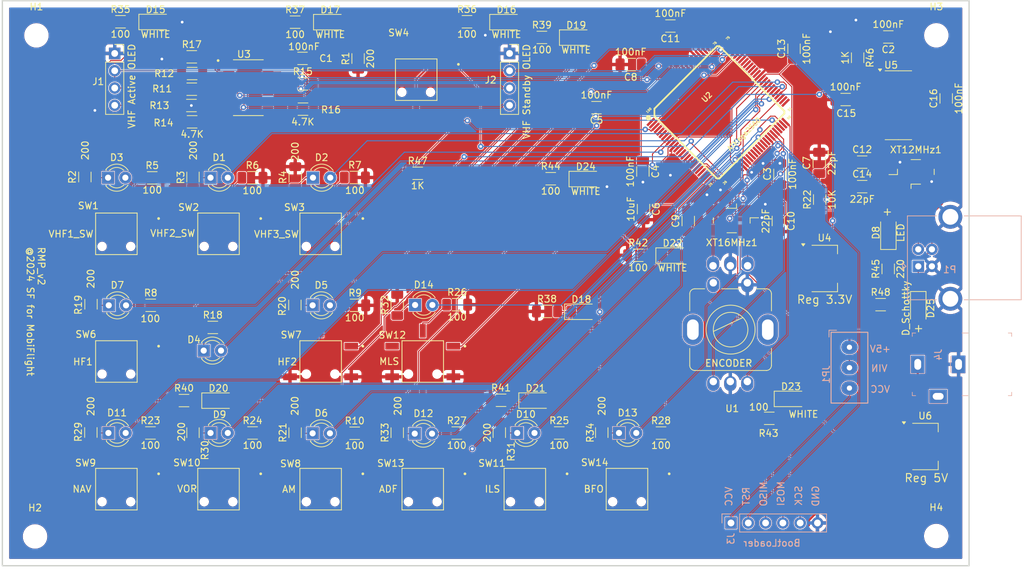
<source format=kicad_pcb>
(kicad_pcb (version 20240108) (generator "pcbnew") (generator_version "8.0")
  (layers (0 "F.Cu" signal) (31 "B.Cu" signal) (34 "B.Paste" user) (35 "F.Paste" user) (36 "B.SilkS" user "B.Silkscreen") (37 "F.SilkS" user "F.Silkscreen") (38 "B.Mask" user) (39 "F.Mask" user) (44 "Edge.Cuts" user))
  (net 0 "")
  (net 1 "GND")
  (net 2 "+3V3")
  (net 3 "VHF2_LED")
  (net 4 "Net-(D1-K)")
  (net 5 "Net-(D2-K)")
  (net 6 "VHF3_LED")
  (net 7 "Net-(D3-K)")
  (net 8 "VHF1_LED")
  (net 9 "Net-(D4-K)")
  (net 10 "SEL_LED")
  (net 11 "HF2_LED")
  (net 12 "Net-(D5-K)")
  (net 13 "AM_LED")
  (net 14 "Net-(D6-K)")
  (net 15 "Net-(D7-K)")
  (net 16 "HF1_LED")
  (net 17 "BACK_LED")
  (net 18 "Net-(D9-K)")
  (net 19 "VOR_LED")
  (net 20 "Net-(D10-K)")
  (net 21 "ILS_LED")
  (net 22 "NAV_LED")
  (net 23 "Net-(D11-K)")
  (net 24 "ADF_LED")
  (net 25 "Net-(D12-K)")
  (net 26 "BFO_LED")
  (net 27 "Net-(D13-K)")
  (net 28 "Net-(D14-K)")
  (net 29 "MLS_LED")
  (net 30 "Net-(D15-K)")
  (net 31 "Net-(D16-K)")
  (net 32 "Net-(D17-K)")
  (net 33 "Net-(D18-K)")
  (net 34 "Net-(D19-K)")
  (net 35 "Net-(D20-K)")
  (net 36 "Net-(D21-K)")
  (net 37 "Net-(D22-K)")
  (net 38 "Net-(D23-K)")
  (net 39 "Net-(D24-K)")
  (net 40 "SCL0")
  (net 41 "SDA0")
  (net 42 "SCL1")
  (net 43 "SDA1")
  (net 44 "Net-(R1-Pad2)")
  (net 45 "Net-(R5-Pad1)")
  (net 46 "Net-(R6-Pad1)")
  (net 47 "Net-(R7-Pad1)")
  (net 48 "Net-(R8-Pad1)")
  (net 49 "Net-(R9-Pad1)")
  (net 50 "Net-(R10-Pad1)")
  (net 51 "SCL")
  (net 52 "SDA")
  (net 53 "Net-(U3-~{RESET})")
  (net 54 "Net-(R23-Pad1)")
  (net 55 "Net-(R24-Pad1)")
  (net 56 "Net-(R25-Pad1)")
  (net 57 "Net-(R26-Pad1)")
  (net 58 "Net-(R27-Pad1)")
  (net 59 "Net-(R28-Pad1)")
  (net 61 "VHF1")
  (net 63 "VHF2")
  (net 64 "VHF3")
  (net 66 "XFER_BTN")
  (net 69 "HF1")
  (net 70 "HF2")
  (net 73 "AM")
  (net 74 "NAV")
  (net 77 "VOR")
  (net 78 "ILS")
  (net 81 "MLS")
  (net 83 "ADF")
  (net 84 "BFO")
  (net 86 "RADIO_MHZ_LEFT")
  (net 87 "RADIO_MHZ_RIGHT")
  (net 88 "RADIO_KHZ_LEFT")
  (net 89 "RADIO_KHZ_RIGHT")
  (net 105 "VIN")
  (net 106 "RESET")
  (net 107 "Net-(U2-AREF)")
  (net 108 "Net-(U2-XTAL2)")
  (net 109 "Net-(U2-XTAL1)")
  (net 110 "Net-(U5-XI)")
  (net 111 "Net-(U5-XO)")
  (net 112 "Net-(U5-V3)")
  (net 113 "Net-(U5-~{DTR})")
  (net 114 "Net-(D8-K)")
  (net 115 "SCK")
  (net 116 "MOSI")
  (net 117 "VCC")
  (net 118 "MISO")
  (net 119 "+5V")
  (net 120 "UD+")
  (net 121 "UD-")
  (net 123 "RXD")
  (net 124 "Net-(U5-TXD)")
  (net 125 "TXD")
  (net 126 "Net-(U5-RXD)")
  (net 182 "Net-(D25-K)")
  (net 183 "+9V")
  (footprint "Resistor_SMD:R_1206_3216Metric_Pad1.30x1.75mm_HandSolder" (layer "F.Cu") (at 85.8 60.65)
    (property "Reference" "R26")
    (property "Value" "100")
  )
  (footprint "LED_THT:LED_D3.0mm_FlatTop" (layer "F.Cu") (at 48.575 67.4)
    (property "Reference" "D4")
    (property "Value" "EMERALD")
  )
  (footprint "MountingHole:MountingHole_3.2mm_M3" (layer "F.Cu") (at 156.19 21.09)
    (property "Reference" "H3")
    (property "Value" "MountingHole")
  )
  (footprint "Resistor_SMD:R_1206_3216Metric_Pad1.30x1.75mm_HandSolder" (layer "F.Cu") (at 144.63 24.38 -90)
    (property "Reference" "R46")
    (property "Value" "1K")
  )
  (footprint "Capacitor_SMD:C_1206_3216Metric_Pad1.33x1.80mm_HandSolder" (layer "F.Cu") (at 142.87 30.52 180)
    (property "Reference" "C15")
    (property "Value" "100nF")
  )
  (footprint "Capacitor_SMD:C_1206_3216Metric_Pad1.33x1.80mm_HandSolder" (layer "F.Cu") (at 145.3 39.71)
    (property "Reference" "C12")
    (property "Value" "22pF")
  )
  (footprint "Resistor_SMD:R_1206_3216Metric_Pad1.30x1.75mm_HandSolder" (layer "F.Cu") (at 46.87 26.7 180)
    (property "Reference" "R12")
    (property "Value" "4.7K")
  )
  (footprint "Capacitor_SMD:C_1206_3216Metric_Pad1.33x1.80mm_HandSolder" (layer "F.Cu") (at 111.3 25.38 180)
    (property "Reference" "C8")
    (property "Value" "100nF")
  )
  (footprint "Package_TO_SOT_SMD:SOT-223-3_TabPin2" (layer "F.Cu") (at 139.77 55.34)
    (property "Reference" "U4")
    (property "Value" "AMS1117-3.3")
  )
  (footprint "Resistor_SMD:R_1206_3216Metric_Pad1.30x1.75mm_HandSolder" (layer "F.Cu") (at 112.4 53.4)
    (property "Reference" "R42")
    (property "Value" "100")
  )
  (footprint "Resistor_SMD:R_1206_3216Metric_Pad1.30x1.75mm_HandSolder" (layer "F.Cu") (at 98.25 21.4)
    (property "Reference" "R39")
    (property "Value" "100")
  )
  (footprint "Resistor_SMD:R_1206_3216Metric_Pad1.30x1.75mm_HandSolder" (layer "F.Cu") (at 107.05 79.45 -90)
    (property "Reference" "R34")
    (property "Value" "200")
  )
  (footprint "Capacitor_SMD:C_1206_3216Metric_Pad1.33x1.80mm_HandSolder" (layer "F.Cu") (at 139 39.83 90)
    (property "Reference" "C7")
    (property "Value" "22pF")
  )
  (footprint "LED_SMD:LED_1206_3216Metric_Pad1.42x1.75mm_HandSolder" (layer "F.Cu") (at 97.3175 74.74)
    (property "Reference" "D21")
    (property "Value" "WHITE")
  )
  (footprint "Resistor_SMD:R_1206_3216Metric_Pad1.30x1.75mm_HandSolder" (layer "F.Cu") (at 80.01 41.36)
    (property "Reference" "R47")
    (property "Value" "1K")
  )
  (footprint "LED_SMD:LED_1206_3216Metric_Pad1.42x1.75mm_HandSolder" (layer "F.Cu") (at 67.17 19.15)
    (property "Reference" "D17")
    (property "Value" "WHITE")
  )
  (footprint "Capacitor_SMD:C_1206_3216Metric_Pad1.33x1.80mm_HandSolder" (layer "F.Cu") (at 132.99 48.36 -90)
    (property "Reference" "C10")
    (property "Value" "22pF")
  )
  (footprint "Resistor_SMD:R_1206_3216Metric_Pad1.30x1.75mm_HandSolder" (layer "F.Cu") (at 49.91 64)
    (property "Reference" "R18")
    (property "Value" "200")
  )
  (footprint "Resistor_SMD:R_1206_3216Metric_Pad1.30x1.75mm_HandSolder" (layer "F.Cu") (at 70.82 60.75)
    (property "Reference" "R9")
    (property "Value" "100")
  )
  (footprint "LED_SMD:LED_1206_3216Metric_Pad1.42x1.75mm_HandSolder" (layer "F.Cu") (at 93.0475 19.15)
    (property "Reference" "D16")
    (property "Value" "WHITE")
  )
  (footprint "SimPanel:EC11EBB24C03" (layer "F.Cu") (at 123.43 71.94)
    (property "Reference" "U1")
    (property "Value" "ENCODER")
  )
  (footprint "Resistor_SMD:R_1206_3216Metric_Pad1.30x1.75mm_HandSolder" (layer "F.Cu") (at 131.65 77.35)
    (property "Reference" "R43")
    (property "Value" "100")
  )
  (footprint "SimPanel:SW_TL3240F260R" (layer "F.Cu") (at 50.75 87.75)
    (property "Reference" "SW10")
    (property "Value" "VOR")
  )
  (footprint "Resistor_SMD:R_1206_3216Metric_Pad1.30x1.75mm_HandSolder" (layer "F.Cu") (at 148.01 60.65)
    (property "Reference" "R48")
    (property "Value" "1.5K")
  )
  (footprint "LED_SMD:LED_1206_3216Metric_Pad1.42x1.75mm_HandSolder" (layer "F.Cu") (at 134.84 74.5)
    (property "Reference" "D23")
    (property "Value" "WHITE")
  )
  (footprint "Capacitor_SMD:C_1206_3216Metric_Pad1.33x1.80mm_HandSolder" (layer "F.Cu") (at 119.75 48.3675 90)
    (property "Reference" "C9")
    (property "Value" "22pF")
  )
  (footprint "Resistor_SMD:R_1206_3216Metric_Pad1.30x1.75mm_HandSolder" (layer "F.Cu") (at 40.79 60.75)
    (property "Reference" "R8")
    (property "Value" "100")
  )
  (footprint "LED_THT:LED_D3.0mm_FlatTop" (layer "F.Cu") (at 64.625 42)
    (property "Reference" "D2")
    (property "Value" "EMERALD")
  )
  (footprint "Capacitor_SMD:C_1206_3216Metric_Pad1.33x1.80mm_HandSolder" (layer "F.Cu") (at 133.22 41.45 90)
    (property "Reference" "C3")
    (property "Value" "100nF")
  )
  (footprint "Resistor_SMD:R_1206_3216Metric_Pad1.30x1.75mm_HandSolder" (layer "F.Cu") (at 149.12 55.4 90)
    (property "Reference" "R45")
    (property "Value" "220")
  )
  (footprint "LED_SMD:LED_1206_3216Metric_Pad1.42x1.75mm_HandSolder" (layer "F.Cu") (at 50.75 74.75)
    (property "Reference" "D20")
    (property "Value" "WHITE")
  )
  (footprint "Resistor_SMD:R_1206_3216Metric_Pad1.30x1.75mm_HandSolder" (layer "F.Cu") (at 115.75 79.51)
    (property "Reference" "R28")
    (property "Value" "100")
  )
  (footprint "LED_THT:LED_D3.0mm_FlatTop" (layer "F.Cu") (at 64.575 79.55)
    (property "Reference" "D6")
    (property "Value" "EMERALD")
  )
  (footprint "Capacitor_SMD:C_1206_3216Metric_Pad1.33x1.80mm_HandSolder" (layer "F.Cu") (at 63.09 24.48)
    (property "Reference" "C1")
    (property "Value" "100nF")
  )
  (footprint "LED_THT:LED_D3.0mm_FlatTop" (layer "F.Cu") (at 79.575 79.6)
    (property "Reference" "D12")
    (property "Value" "EMERALD")
  )
  (footprint "Capacitor_SMD:C_1206_3216Metric_Pad1.33x1.80mm_HandSolder" (layer "F.Cu") (at 106.27 31.71 180)
    (property "Reference" "C5")
    (property "Value" "100nF")
  )
  (footprint "MountingHole:MountingHole_3.2mm_M3" (layer "F.Cu") (at 156.18 94.64)
    (property "Reference" "H4")
    (property "Value" "MountingHole")
  )
  (footprint "Resistor_SMD:R_1206_3216Metric_Pad1.30x1.75mm_HandSolder" (layer "F.Cu") (at 100.8 79.5)
    (property "Reference" "R25")
    (property "Value" "100")
  )
  (footprint "Resistor_SMD:R_1206_3216Metric_Pad1.30x1.75mm_HandSolder" (layer "F.Cu") (at 31.12 41.9 -90)
    (property "Reference" "R2")
    (property "Value" "200")
  )
  (footprint "Capacitor_SMD:C_1206_3216Metric_Pad1.33x1.80mm_HandSolder" (layer "F.Cu") (at 113.18 46.61 -90)
    (property "Reference" "C6")
    (property "Value" "10uF")
  )
  (footprint "SimPanel:SW_TL3240F260R" (layer "F.Cu") (at 79.7875 27.6)
    (property "Reference" "SW4")
    (property "Value" "XFER_SW")
  )
  (footprint "Resistor_SMD:R_1206_3216Metric_Pad1.30x1.75mm_HandSolder" (layer "F.Cu") (at 77 79.46 -90)
    (property "Reference" "R33")
    (property "Value" "200")
  )
  (footprint "Package_TO_SOT_SMD:SOT-223-3_TabPin2" (layer "F.Cu") (at 154.56 81.49)
    (property "Reference" "U6")
    (property "Value" "AMS1117-5.0")
  )
  (footprint "Resistor_SMD:R_1206_3216Metric_Pad1.30x1.75mm_HandSolder" (layer "F.Cu") (at 70.78 41.97)
    (property "Reference" "R7")
    (property "Value" "100")
  )
  (footprint "Diode_SMD:D_1206_3216Metric_Pad1.42x1.75mm_HandSolder" (layer "F.Cu") (at 153.54 61.1825 -90)
    (property "Reference" "D25")
    (property "Value" "D_Schottky")
  )
  (footprint "SimPanel:SW_TL3240F260R" (layer "F.Cu") (at 80.75 87.75)
    (property "Reference" "SW13")
    (property "Value" "ADF")
  )
  (footprint "Resistor_SMD:R_1206_3216Metric_Pad1.30x1.75mm_HandSolder" (layer "F.Cu") (at 92 79.45 -90)
    (property "Reference" "R31")
    (property "Value" "200")
  )
  (footprint "LED_THT:LED_D3.0mm_FlatTop" (layer "F.Cu") (at 109.575 79.5)
    (property "Reference" "D13")
    (property "Value" "EMERALD")
  )
  (footprint "LED_SMD:LED_1206_3216Metric_Pad1.42x1.75mm_HandSolder" (layer "F.Cu") (at 103.2875 21.42)
    (property "Reference" "D19")
    (property "Value" "WHITE")
  )
  (footprint "LED_THT:LED_D3.0mm_FlatTop" (layer "F.Cu") (at 49.575 42)
    (property "Reference" "D1")
    (property "Value" "EMERALD")
  )
  (footprint "Resistor_SMD:R_1206_3216Metric_Pad1.30x1.75mm_HandSolder" (layer "F.Cu") (at 139.06 45.21 90)
    (property "Reference" "R22")
    (property "Value" "10K")
  )
  (footprint "Crystal:Crystal_SMD_EuroQuartz_MJ-4Pin_5.0x3.2mm_HandSoldering" (layer "F.Cu") (at 126.14 48.29 180)
    (property "Reference" "XT16MHz1")
    (property "Value" "16MHz")
  )
  (footprint "SimPanel:SW_TL3240F260R" (layer "F.Cu") (at 35.75 50.25)
    (property "Reference" "SW1")
    (property "Value" "VHF1_SW")
  )
  (footprint "Resistor_SMD:R_1206_3216Metric_Pad1.30x1.75mm_HandSolder" (layer "F.Cu") (at 46.82 24.25)
    (property "Reference" "R17")
    (property "Value" "10K")
  )
  (footprint "SimPanel:SW_TL3240F260R" (layer "F.Cu") (at 65.75 50.25)
    (property "Reference" "SW3")
    (property "Value" "VHF3_SW")
  )
  (footprint "MountingHole:MountingHole_3.2mm_M3" (layer "F.Cu") (at 23.8 94.7)
    (property "Reference" "H2")
    (property "Value" "MountingHole")
  )
  (footprint "Resistor_SMD:R_1206_3216Metric_Pad1.30x1.75mm_HandSolder" (layer "F.Cu") (at 77 60.7 -90)
    (property "Reference" "R32")
    (property "Value" "200")
  )
  (footprint "LED_SMD:LED_1206_3216Metric_Pad1.42x1.75mm_HandSolder" (layer "F.Cu") (at 104.7 42.2)
    (property "Reference" "D24")
    (property "Value" "WHITE")
  )
  (footprint "Resistor_SMD:R_1206_3216Metric_Pad1.30x1.75mm_HandSolder" (layer "F.Cu") (at 41.01 42.03)
    (property "Reference" "R5")
    (property "Value" "100")
  )
  (footprint "LED_SMD:LED_1206_3216Metric_Pad1.42x1.75mm_HandSolder" (layer "F.Cu") (at 149.15 50.0875 90)
    (property "Reference" "D8")
    (property "Value" "LED")
  )
  (footprint "SimPanel:SW_TL3240F260R" (layer "F.Cu") (at 50.75 50.25)
    (property "Reference" "SW2")
    (property "Value" "VHF2_SW")
  )
  (footprint "Package_SO:SOIC-16_3.9x9.9mm_P1.27mm" (layer "F.Cu") (at 150.62 31.36)
    (property "Reference" "U5")
    (property "Value" "CH340G")
  )
  (footprint "LED_THT:LED_D3.0mm_FlatTop" (layer "F.Cu") (at 34.575 79.5)
    (property "Reference" "D11")
    (property "Value" "EMERALD")
  )
  (footprint "Connector_PinSocket_2.54mm:PinSocket_1x04_P2.54mm_Vertical" (layer "F.Cu") (at 35.5 23.75)
    (property "Reference" "J1")
    (property "Value" "VHF Active OLED")
  )
  (footprint "LED_THT:LED_D3.0mm_FlatTop" (layer "F.Cu") (at 34.625 60.75)
    (property "Reference" "D7")
    (property "Value" "EMERALD")
  )
  (footprint "Resistor_SMD:R_1206_3216Metric_Pad1.30x1.75mm_HandSolder" (layer "F.Cu") (at 63.16 31.93 180)
    (property "Reference" "R16")
    (property "Value" "4.7K")
  )
  (footprint "Resistor_SMD:R_1206_3216Metric_Pad1.30x1.75mm_HandSolder" (layer "F.Cu") (at 45.68 74.74)
    (property "Reference" "R40")
    (property "Value" "100")
  )
  (footprint "Resistor_SMD:R_1206_3216Metric_Pad1.30x1.75mm_HandSolder" (layer "F.Cu") (at 71.25 24.5 90)
    (property "Reference" "R1")
    (property "Value" "200")
  )
  (footprint "Capacitor_SMD:C_1206_3216Metric_Pad1.33x1.80mm_HandSolder" (layer "F.Cu") (at 149.14 21.33 180)
    (property "Reference" "C2")
    (property "Value" "100nF")
  )
  (footprint "SFLibrary:SOP65P640X120-24N" (layer "F.Cu") (at 55.13 28.78)
    (property "Reference" "U3")
    (property "Value" "PCA9548APW")
  )
  (footprint "Resistor_SMD:R_1206_3216Metric_Pad1.30x1.75mm_HandSolder" (layer "F.Cu") (at 85.75 79.51)
    (property "Reference" "R27")
    (property "Value" "100")
  )
  (footprint "LED_THT:LED_D3.0mm_FlatTop" (layer "F.Cu") (at 49.575 79.5)
    (property "Reference" "D9")
    (property "Value" "EMERALD")
  )
  (footprint "LED_SMD:LED_1206_3216Metric_Pad1.42x1.75mm_HandSolder" (layer "F.Cu") (at 41.5075 19.13)
    (property "Reference" "D15")
    (property "Value" "WHITE")
  )
  (footprint "Resistor_SMD:R_1206_3216Metric_Pad1.30x1.75mm_HandSolder" (layer "F.Cu") (at 99 61.65)
    (property "Reference" "R38")
    (property "Value" "100")
  )
  (footprint "SimPanel:SW_TL3240F260R" (layer "F.Cu") (at 65.75 69)
    (property "Reference" "SW7")
    (property "Value" "HF2")
  )
  (footprint "Resistor_SMD:R_1206_3216Metric_Pad1.30x1.75mm_HandSolder" (layer "F.Cu") (at 62 19.15)
    (property "Reference" "R37")
    (property "Value" "100")
  )
  (footprint "Resistor_SMD:R_1206_3216Metric_Pad1.30x1.75mm_HandSolder" (layer "F.Cu") (at 46.77 31.4 180)
    (property "Reference" "R13")
    (property "Value" "4.7K")
  )
  (footprint "Resistor_SMD:R_1206_3216Metric_Pad1.30x1.75mm_HandSolder" (layer "F.Cu") (at 47 79.46 -90)
    (property "Reference" "R30")
    (property "Value" "200")
  )
  (footprint "Resistor_SMD:R_1206_3216Metric_Pad1.30x1.75mm_HandSolder" (layer "F.Cu") (at 40.75 79.5)
    (property "Reference" "R23")
    (property "Value" "100")
  )
  (footprint "LED_SMD:LED_1206_3216Metric_Pad1.42x1.75mm_HandSolder" (layer "F.Cu") (at 117.45 53.44)
    (property "Reference" "D22")
    (property "Value" "WHITE")
  )
  (footprint "Resistor_SMD:R_1206_3216Metric_Pad1.30x1.75mm_HandSolder" (layer "F.Cu") (at 55.73 42.01)
    (property "Reference" "R6")
    (property "Value" "100")
  )
  (footprint "Resistor_SMD:R_1206_3216Metric_Pad1.30x1.75mm_HandSolder" (layer "F.Cu") (at 92.25 74.7)
    (property "Reference" "R41")
    (property "Value" "100")
  )
  (footprint "Resistor_SMD:R_1206_3216Metric_Pad1.30x1.75mm_HandSolder" (layer "F.Cu") (at 62.02 41.93 -90)
    (property "Reference" "R4")
    (property "Value" "200")
  )
  (footprint "LED_THT:LED_D3.0mm_FlatTop" (layer "F.Cu") (at 64.575 60.75)
    (property "Reference" "D5")
    (property "Value" "EMERALD")
  )
  (footprint "SFLibrary:TQFP100-0.5-14X14MM" (layer "F.Cu") (at 124.15 32.4 45)
    (property "Reference" "U2")
    (property "Value" "ATMega2560")
  )
  (footprint "Resistor_SMD:R_1206_3216Metric_Pad1.30x1.75mm_HandSolder" (layer "F.Cu") (at 46.87 33.8)
    (property "Reference" "R14")
    (property "Value" "4.7K")
  )
  (footprint "Capacitor_SMD:C_1206_3216Metric_Pad1.33x1.80mm_HandSolder" (layer "F.Cu") (at 157.64 30.36 90)
    (property "Reference" "C16")
    (property "Value" "100nF")
  )
  (footprint "Resistor_SMD:R_1206_3216Metric_Pad1.30x1.75mm_HandSolder" (layer "F.Cu") (at 99.55 42.15)
    (property "Reference" "R44")
    (property "Value" "100")
  )
  (footprint "SimPanel:SW_TL3240F260R" (layer "F.Cu") (at 110.75 87.75)
    (property "Reference" "SW14")
    (property "Value" "BFO")
  )
  (footprint "Resistor_SMD:R_1206_3216Metric_Pad1.30x1.75mm_HandSolder" (layer "F.Cu") (at 70.75 79.54)
    (property "Reference" "R10")
    (property "Value" "100")
  )
  (footprint "LED_THT:LED_D3.0mm_FlatTop" (layer "F.Cu") (at 34.525 42)
    (property "Reference" "D3")
    (property "Value" "EMERALD")
  )
  (footprint "SimPanel:SW_TL3240F260R" (layer "F.Cu") (at 35.75 87.75)
    (property "Reference" "SW9")
    (property "Value" "NAV")
  )
  (footprint "Connector_PinSocket_2.54mm:PinSocket_1x04_P2.54mm_Vertical" (layer "F.Cu") (at 93.5 23.75)
    (property "Reference" "J2")
    (property "Value" "VHF Standby OLED")
  )
  (footprint "Resistor_SMD:R_1206_3216Metric_Pad1.30x1.75mm_HandSolder" (layer "F.Cu") (at 47 41.9 -90)
    (property "Reference" "R3")
    (property "Value" "200")
  )
  (footprint "Resistor_SMD:R_1206_3216Metric_Pad1.30x1.75mm_HandSolder" (layer "F.Cu") (at 87.25 19.1)
    (property "Reference" "R36")
    (property "Value" "100")
  )
  (footprint "LED_SMD:LED_1206_3216Metric_Pad1.42x1.75mm_HandSolder" (layer "F.Cu") (at 104.05 61.7)
    (property "Reference" "D18")
    (property "Value" "WHITE")
  )
  (footprint "MountingHole:MountingHole_3.2mm_M3" (layer "F.Cu") (at 24 21.1)
    (property "Reference" "H1")
    (property "Value" "MountingHole")
  )
  (footprint "SimPanel:SW_TL3240F260R" (layer "F.Cu") (at 35.75 69)
    (property "Reference" "SW6")
    (property "Value" "HF1")
  )
  (footprint "LED_THT:LED_D3.0mm_FlatTop" (layer "F.Cu") (at 94.625 79.5)
    (property "Reference" "D10")
    (property "Value" "EMERALD")
  )
  (footprint "SimPanel:SW_TL3240F260R" (layer "F.Cu") (at 95.75 87.75)
    (property "Reference" "SW11")
    (property "Value" "ILS")
  )
  (footprint "Resistor_SMD:R_1206_3216Metric_Pad1.30x1.75mm_HandSolder" (layer "F.Cu") (at 46.82 29)
    (property "Reference" "R11")
    (property "Value" "4.7K")
  )
  (footprint "SimPanel:SW_TL3240F260R" (layer "F.Cu") (at 65.75 87.75)
    (property "Reference" "SW8")
    (property "Value" "AM")
  )
  (footprint "Resistor_SMD:R_1206_3216Metric_Pad1.30x1.75mm_HandSolder" (layer "F.Cu") (at 32.02 60.59 -90)
    (property "Reference" "R19")
    (property "Value" "200")
  )
  (footprint "Capacitor_SMD:C_1206_3216Metric_Pad1.33x1.80mm_HandSolder" (layer "F.Cu") (at 145.3 43.31)
    (property "Reference" "C14")
    (property "Value" "22pF")
  )
  (footprint "Capacitor_SMD:C_1206_3216Metric_Pad1.33x1.80mm_HandSolder" (layer "F.Cu") (at 113.09 41.09 -90)
    (property "Reference" "C4")
    (property "Value" "100nF")
  )
  (footprint "Resistor_SMD:R_1206_3216Metric_Pad1.30x1.75mm_HandSolder" (layer "F.Cu") (at 55.75 79.5)
    (property "Reference" "R24")
    (property "Value" "100")
  )
  (footprint "LED_THT:LED_D3.0mm_FlatTop" (layer "F.Cu") (at 79.625 60.7)
    (property "Reference" "D14")
    (property "Value" "EMERALD")
  )
  (footprint "Resistor_SMD:R_1206_3216Metric_Pad1.30x1.75mm_HandSolder" (layer "F.Cu") (at 32 79.43 -90)
    (property "Reference" "R29")
    (property "Value" "200")
  )
  (footprint "Capacitor_SMD:C_1206_3216Metric_Pad1.33x1.80mm_HandSolder" (layer "F.Cu") (at 135.29 23.06 90)
    (property "Reference" "C13")
    (property "Value" "100nF")
  )
  (footprint "Resistor_SMD:R_1206_3216Metric_Pad1.30x1.75mm_HandSolder" (layer "F.Cu") (at 63.14 28.23)
    (property "Reference" "R15")
    (property "Value" "4.7K")
  )
  (footprint "Resistor_SMD:R_1206_3216Metric_Pad1.30x1.75mm_HandSolder" (layer "F.Cu") (at 36.35 19.1)
    (property "Reference" "R35")
    (property "Value" "100")
  )
  (footprint "Resistor_SMD:R_1206_3216Metric_Pad1.30x1.75mm_HandSolder" (layer "F.Cu") (at 61.97 60.7 -90)
    (property "Reference" "R20")
    (property "Value" "200")
  )
  (footprint "Crystal:Crystal_SMD_EuroQuartz_MJ-4Pin_5.0x3.2mm_HandSoldering" (layer "F.Cu") (at 153.18 41.15)
    (property "Reference" "XT12MHz1")
    (property "Value" "12MHz")
  )
  (footprint "SimPanel:SW_TL3240F260R" (layer "F.Cu") (at 80.75 69)
    (property "Reference" "SW12")
    (property "Value" "MLS")
  )
  (footprint "Capacitor_SMD:C_1206_3216Metric_Pad1.33x1.80mm_HandSolder" (layer "F.Cu") (at 117.13 19.72 180)
    (property "Reference" "C11")
    (property "Value" "100nF")
  )
  (footprint "Resistor_SMD:R_1206_3216Metric_Pad1.30x1.75mm_HandSolder" (layer "F.Cu") (at 62 79.46 -90)
    (property "Reference" "R21")
    (property "Value" "200")
  )
  (footprint "Connector_PinHeader_2.54mm:PinHeader_1x06_P2.54mm_Vertical" (layer "B.Cu") (at 126.03 92.72 -90)
    (property "Reference" "J3")
    (property "Value" "BootLoader")
  )
  (footprint "digikey-footprints:Barrel_Jack_5.5mmODx2.1mmID_PJ-102A" (layer "B.Cu") (at 156.46 69.42 90)
    (property "Reference" "J4")
    (property "Value" "PJ-102A")
  )
  (footprint "Connector_USB:USB_B_OST_USB-B1HSxx_Horizontal" (layer "B.Cu") (at 153.5425 55.02)
    (property "Reference" "P1")
    (property "Value" "USB_C_Plug_USB2.0")
  )
  (footprint "PCM_SL_Devices:Slide_Switch_SPDT_P3mm_10x5x10mm" (layer "B.Cu") (at 143.43 66.91 -90)
    (property "Reference" "JP1")
    (property "Value" "Power Selector")
  )
  (gr_rect (start 19 16) (end 161 99) (stroke (width 0.2)) (fill none) (layer "Edge.Cuts"))
  (gr_text "VCC" (at 126.3 87.3 90) (layer "B.SilkS") (effects (font (size 1 1)) (justify left bottom mirror)))
  (gr_text "MOSI" (at 133.95 86.5 90) (layer "B.SilkS") (effects (font (size 1 1)) (justify left bottom mirror)))
  (gr_text "VCC" (at 149.48 73.66 -0) (layer "B.SilkS") (effects (font (size 1 1)) (justify left bottom mirror)))
  (gr_text "+5V" (at 149.58 67.74 -0) (layer "B.SilkS") (effects (font (size 1 1)) (justify left bottom mirror)))
  (gr_text "RST" (at 128.85 87.35 90) (layer "B.SilkS") (effects (font (size 1 1)) (justify left bottom mirror)))
  (gr_text "MISO" (at 131.4 86.55 90) (layer "B.SilkS") (effects (font (size 1 1)) (justify left bottom mirror)))
  (gr_text "VIN" (at 149.1 70.6 -0) (layer "B.SilkS") (effects (font (size 1 1)) (justify left bottom mirror)))
  (gr_text "SCK" (at 136.55 87.15 90) (layer "B.SilkS") (effects (font (size 1 1)) (justify left bottom mirror)))
  (gr_text "GND" (at 139.05 87.15 90) (layer "B.SilkS") (effects (font (size 1 1)) (justify left bottom mirror)))
  (gr_text "RMP_v2\n@2024 SF for MobiFlight" (at 22.52 52.09 -90) (layer "F.SilkS") (effects (font (size 1 1)) (justify left bottom)))
  (gr_text "+" (at 148.16 47.66 0) (layer "F.SilkS") (effects (font (size 1.2 1.2)) (justify left bottom)))
  (gr_text "Reg 3.3V" (at 135.63 60.61 0) (layer "F.SilkS") (effects (font (size 1.2 1.2)) (justify left bottom)))
  (gr_text "Reg 5V" (at 151.43 86.82 0) (layer "F.SilkS") (effects (font (size 1.2 1.2)) (justify left bottom)))
  (gr_text "+" (at 152.74 64.79 0) (layer "F.SilkS") (effects (font (size 1.2 1.2)) (justify left bottom)))
  (segment (start 117.310518 37.825268) (end 117.310518 41.459482) (width 0.15) (layer "F.Cu") (net 1))
  (segment (start 127.685534 40.178175) (end 128.827359 41.32) (width 0.15) (layer "F.Cu") (net 1))
  (segment (start 131.07 40.23) (end 131.07 45.9) (width 0.15) (layer "F.Cu") (net 1))
  (segment (start 128.95 41.32) (end 129.06 41.21) (width 0.15) (layer "F.Cu") (net 1))
  (segment (start 130.74 39.9) (end 131.07 40.23) (width 0.15) (layer "F.Cu") (net 1))
  (segment (start 117.786039 37.349747) (end 117.310518 37.825268) (width 0.15) (layer "F.Cu") (net 1))
  (segment (start 117.310518 41.459482) (end 117.13 41.64) (width 0.15) (layer "F.Cu") (net 1))
  (segment (start 128.827359 41.32) (end 128.95 41.32) (width 0.15) (layer "F.Cu") (net 1))
  (via (at 107.81 43.32) (size 0.8) (drill 0.4) (layers "F.Cu" "B.Cu") (net 1))
  (via (at 124.48 43.8) (size 0.8) (drill 0.4) (layers "F.Cu" "B.Cu") (net 1))
  (via (at 130.57 47.87) (size 0.8) (drill 0.4) (layers "F.Cu" "B.Cu") (net 1))
  (via (at 150.855 39.725) (size 0.8) (drill 0.4) (layers "F.Cu" "B.Cu") (net 1))
  (via (at 122.5 44.51) (size 0.8) (drill 0.4) (layers "F.Cu" "B.Cu") (net 1))
  (via (at 155.505 42.575) (size 0.8) (drill 0.4) (layers "F.Cu" "B.Cu") (net 1))
  (via (at 32.59 32.12) (size 0.8) (drill 0.4) (layers "F.Cu" "B.Cu") (net 1))
  (via (at 140.63 20.56) (size 0.8) (drill 0.4) (layers "F.Cu" "B.Cu") (net 1))
  (via (at 129.06 41.21) (size 0.8) (drill 0.4) (layers "F.Cu" "B.Cu") (net 1))
  (via (at 144.38 18.85) (size 0.8) (drill 0.4) (layers "F.Cu" "B.Cu") (net 1))
  (via (at 130.74 39.9) (size 0.8) (drill 0.4) (layers "F.Cu" "B.Cu") (net 1))
  (via (at 46.76 31.4) (size 0.8) (drill 0.4) (layers "F.Cu" "B.Cu") (net 1))
  (via (at 45.41 19.15) (size 0.8) (drill 0.4) (layers "F.Cu" "B.Cu") (net 1))
  (via (at 42.43 24.57) (size 0.8) (drill 0.4) (layers "F.Cu" "B.Cu") (net 1))
  (via (at 113.09 42.6525) (size 0.8) (drill 0.4) (layers "F.Cu" "B.Cu") (net 1))
  (via (at 133.22 39.8875) (size 0.8) (drill 0.4) (layers "F.Cu" "B.Cu") (net 1))
  (via (at 89.94 21.07) (size 0.8) (drill 0.4) (layers "F.Cu" "B.Cu") (net 1))
  (via (at 117.13 41.64) (size 0.8) (drill 0.4) (layers "F.Cu" "B.Cu") (net 1))
  (via (at 131.07 45.9) (size 0.8) (drill 0.4) (layers "F.Cu" "B.Cu") (net 1))
  (segment (start 131.07 47.37) (end 130.57 47.87) (width 0.15) (layer "B.Cu") (net 1))
  (segment (start 129.06 41.21) (end 129.43 41.21) (width 0.15) (layer "B.Cu") (net 1))
  (segment (start 131.07 45.9) (end 131.07 47.37) (width 0.15) (layer "B.Cu") (net 1))
  (segment (start 116.1175 42.6525) (end 113.09 42.6525) (width 0.15) (layer "B.Cu") (net 1))
  (segment (start 129.43 41.21) (end 130.74 39.9) (width 0.15) (layer "B.Cu") (net 1))
  (segment (start 117.13 41.64) (end 116.1175 42.6525) (width 0.15) (layer "B.Cu") (net 1))
  (segment (start 34.4497 28.367) (end 34.4497 29.2487) (width 0.15) (layer "F.Cu") (net 2))
  (segment (start 61.707 25.0399) (end 61.5275 25.0399) (width 0.15) (layer "F.Cu") (net 2))
  (segment (start 138.9866 55.34) (end 140.9533 53.3733) (width 0.15) (layer "F.Cu") (net 2))
  (segment (start 46.3293 23.1907) (end 45.27 24.25) (width 0.15) (layer "F.Cu") (net 2))
  (segment (start 45.32 26.7) (end 45.27 26.65) (width 0.15) (layer "F.Cu") (net 2))
  (segment (start 64.69 31.91) (end 64.69 28.23) (width 0.15) (layer "F.Cu") (net 2))
  (segment (start 45.22 31.4) (end 45.32 31.5) (width 0.15) (layer "F.Cu") (net 2))
  (segment (start 58 25.205) (end 55.9857 23.1907) (width 0.15) (layer "F.Cu") (net 2))
  (segment (start 58.1651 25.0399) (end 58 25.205) (width 0.15) (layer "F.Cu") (net 2))
  (segment (start 45.22 29.05) (end 45.27 29) (width 0.15) (layer "F.Cu") (net 2))
  (segment (start 136.62 55.34) (end 138.9866 55.34) (width 0.15) (layer "F.Cu") (net 2))
  (segment (start 61.5275 25.0399) (end 58.1651 25.0399) (width 0.15) (layer "F.Cu") (net 2))
  (segment (start 64.71 31.93) (end 64.69 31.91) (width 0.15) (layer "F.Cu") (net 2))
  (segment (start 45.27 26.29) (end 36.5267 26.29) (width 0.15) (layer "F.Cu") (net 2))
  (segment (start 35.5 26.29) (end 35.5 27.3167) (width 0.15) (layer "F.Cu") (net 2))
  (segment (start 55.9857 23.1907) (end 46.3293 23.1907) (width 0.15) (layer "F.Cu") (net 2))
  (segment (start 34.4497 29.2487) (end 35.0882 29.8872) (width 0.15) (layer "F.Cu") (net 2))
  (segment (start 45.27 26.65) (end 45.27 26.29) (width 0.15) (layer "F.Cu") (net 2))
  (segment (start 35.5 27.3167) (end 34.4497 28.367) (width 0.15) (layer "F.Cu") (net 2))
  (segment (start 45.22 31.4) (end 45.22 29.8872) (width 0.15) (layer "F.Cu") (net 2))
  (segment (start 35.0882 29.8872) (end 45.22 29.8872) (width 0.15) (layer "F.Cu") (net 2))
  (segment (start 35.5 26.29) (end 36.5267 26.29) (width 0.15) (layer "F.Cu") (net 2))
  (segment (start 45.32 31.5) (end 45.32 33.8) (width 0.15) (layer "F.Cu") (net 2))
  (segment (start 64.69 28.23) (end 64.69 28.0229) (width 0.15) (layer "F.Cu") (net 2))
  (segment (start 64.69 28.0229) (end 61.707 25.0399) (width 0.15) (layer "F.Cu") (net 2))
  (segment (start 140.9533 53.3733) (end 142.92 55.34) (width 0.15) (layer "F.Cu") (net 2))
  (segment (start 140.9533 48.3375) (end 140.9533 53.3733) (width 0.15) (layer "F.Cu") (net 2))
  (segment (start 45.22 29.8872) (end 45.22 29.05) (width 0.15) (layer "F.Cu") (net 2))
  (segment (start 45.27 26.29) (end 45.27 24.25) (width 0.15) (layer "F.Cu") (net 2))
  (segment (start 61.5275 25.0399) (end 61.5275 24.48) (width 0.15) (layer "F.Cu") (net 2))
  (via (at 140.9533 48.3375) (size 0.8) (drill 0.4) (layers "F.Cu" "B.Cu") (net 2))
  (segment (start 134.1862 24.0596) (end 140.9533 30.8267) (width 0.15) (layer "B.Cu") (net 2))
  (segment (start 114.7912 24.0596) (end 134.1862 24.0596) (width 0.15) (layer "B.Cu") (net 2))
  (segment (start 112.5608 26.29) (end 114.7912 24.0596) (width 0.15) (layer "B.Cu") (net 2))
  (segment (start 92.9867 26.29) (end 93.5 26.29) (width 0.15) (layer "B.Cu") (net 2))
  (segment (start 92.9867 26.29) (end 92.4733 26.29) (width 0.15) (layer "B.Cu") (net 2))
  (segment (start 93.5 26.29) (end 112.5608 26.29) (width 0.15) (layer "B.Cu") (net 2))
  (segment (start 35.5 26.29) (end 92.4733 26.29) (width 0.15) (layer "B.Cu") (net 2))
  (segment (start 140.9533 30.8267) (end 140.9533 48.3375) (width 0.15) (layer "B.Cu") (net 2))
  (segment (start 133.6442 29.2697) (end 133.6442 29.2698) (width 0.15) (layer "F.Cu") (net 3))
  (segment (start 134.1444 28.8564) (end 134.1444 28.3435) (width 0.15) (layer "F.Cu") (net 3))
  (segment (start 132.9888 29.9251) (end 133.6442 29.2697) (width 0.15) (layer "F.Cu") (net 3))
  (segment (start 133.6442 29.2698) (end 133.731 29.2698) (width 0.15) (layer "F.Cu") (net 3))
  (segment (start 134.1444 28.3435) (end 133.7612 27.9603) (width 0.15) (layer "F.Cu") (net 3))
  (segment (start 133.731 29.2698) (end 134.1444 28.8564) (width 0.15) (layer "F.Cu") (net 3))
  (segment (start 133.7612 27.9603) (end 132.8394 27.9603) (width 0.15) (layer "F.Cu") (net 3))
  (via (at 132.8394 27.9603) (size 0.8) (drill 0.4) (layers "F.Cu" "B.Cu") (net 3))
  (segment (start 126.2801 27.9603) (end 118.7153 35.5251) (width 0.15) (layer "B.Cu") (net 3))
  (segment (start 132.8394 27.9603) (end 126.2801 27.9603) (width 0.15) (layer "B.Cu") (net 3))
  (segment (start 58.5899 35.5251) (end 52.115 42) (width 0.15) (layer "B.Cu") (net 3))
  (segment (start 118.7153 35.5251) (end 58.5899 35.5251) (width 0.15) (layer "B.Cu") (net 3))
  (segment (start 48.4983 42) (end 47.0483 43.45) (width 0.15) (layer "F.Cu") (net 4))
  (segment (start 47.0483 43.45) (end 47 43.45) (width 0.15) (layer "F.Cu") (net 4))
  (segment (start 49.575 42) (end 48.4983 42) (width 0.15) (layer "F.Cu") (net 4))
  (segment (start 62.0683 43.48) (end 62.02 43.48) (width 0.15) (layer "F.Cu") (net 5))
  (segment (start 64.625 42) (end 63.5483 42) (width 0.15) (layer "F.Cu") (net 5))
  (segment (start 63.5483 42) (end 62.0683 43.48) (width 0.15) (layer "F.Cu") (net 5))
  (segment (start 133.2906 28.9162) (end 133.2906 28.9071) (width 0.15) (layer "F.Cu") (net 6))
  (segment (start 132.6353 29.5716) (end 133.2907 28.9162) (width 0.15) (layer "F.Cu") (net 6))
  (segment (start 133.2906 28.9071) (end 133.5634 28.6343) (width 0.15) (layer "F.Cu") (net 6))
  (segment (start 133.2907 28.9162) (end 133.2906 28.9162) (width 0.15) (layer "F.Cu") (net 6))
  (segment (start 133.5634 28.6343) (end 133.5634 28.6215) (width 0.15) (layer "F.Cu") (net 6))
  (via (at 133.5634 28.6215) (size 0.8) (drill 0.4) (layers "F.Cu" "B.Cu") (net 6))
  (segment (start 119.1883 36.5744) (end 72.5906 36.5744) (width 0.15) (layer "B.Cu") (net 6))
  (segment (start 133.5634 28.6215) (end 127.1412 28.6215) (width 0.15) (layer "B.Cu") (net 6))
  (segment (start 72.5906 36.5744) (end 67.165 42) (width 0.15) (layer "B.Cu") (net 6))
  (segment (start 127.1412 28.6215) (end 119.1883 36.5744) (width 0.15) (layer "B.Cu") (net 6))
  (segment (start 34.525 42) (end 32.57 42) (width 0.15) (layer "F.Cu") (net 7))
  (segment (start 32.57 42) (end 31.12 43.45) (width 0.15) (layer "F.Cu") (net 7))
  (segment (start 115.7147 38.0068) (end 115.7147 38.2553) (width 0.15) (layer "F.Cu") (net 8))
  (segment (start 117.0789 36.6426) (end 115.7147 38.0068) (width 0.15) (layer "F.Cu") (net 8))
  (via (at 115.7147 38.2553) (size 0.8) (drill 0.4) (layers "F.Cu" "B.Cu") (net 8))
  (segment (start 38.1417 43.0767) (end 73.2318 43.0767) (width 0.15) (layer "B.Cu") (net 8))
  (segment (start 73.2318 43.0767) (end 78.0532 38.2553) (width 0.15) (layer "B.Cu") (net 8))
  (segment (start 78.0532 38.2553) (end 115.7147 38.2553) (width 0.15) (layer "B.Cu") (net 8))
  (segment (start 37.065 42) (end 38.1417 43.0767) (width 0.15) (layer "B.Cu") (net 8))
  (segment (start 48.575 66.3233) (end 49.1367 66.3233) (width 0.15) (layer "F.Cu") (net 9))
  (segment (start 48.575 67.4) (end 48.575 66.3233) (width 0.15) (layer "F.Cu") (net 9))
  (segment (start 49.1367 66.3233) (end 51.46 64) (width 0.15) (layer "F.Cu") (net 9))
  (segment (start 116.7254 36.2891) (end 114.4935 38.521) (width 0.15) (layer "F.Cu") (net 10))
  (segment (start 114.4935 38.521) (end 114.4935 40.1239) (width 0.15) (layer "F.Cu") (net 10))
  (via (at 114.4935 40.1239) (size 0.8) (drill 0.4) (layers "F.Cu" "B.Cu") (net 10))
  (segment (start 114.4935 40.1239) (end 78.3911 40.1239) (width 0.15) (layer "B.Cu") (net 10))
  (segment (start 78.3911 40.1239) (end 51.115 67.4) (width 0.15) (layer "B.Cu") (net 10))
  (segment (start 131.9282 28.8645) (end 130.5014 30.2913) (width 0.15) (layer "F.Cu") (net 11))
  (segment (start 130.5014 30.2913) (end 130.5014 31.1462) (width 0.15) (layer "F.Cu") (net 11))
  (via (at 130.5014 31.1462) (size 0.8) (drill 0.4) (layers "F.Cu" "B.Cu") (net 11))
  (segment (start 130.5014 31.1462) (end 129.6979 31.1462) (width 0.15) (layer "B.Cu") (net 11))
  (segment (start 129.6979 31.1462) (end 107.8689 52.9752) (width 0.15) (layer "B.Cu") (net 11))
  (segment (start 74.8898 52.9752) (end 67.115 60.75) (width 0.15) (layer "B.Cu") (net 11))
  (segment (start 107.8689 52.9752) (end 74.8898 52.9752) (width 0.15) (layer "B.Cu") (net 11))
  (segment (start 63.47 60.75) (end 61.97 62.25) (width 0.15) (layer "F.Cu") (net 12))
  (segment (start 64.575 60.75) (end 63.47 60.75) (width 0.15) (layer "F.Cu") (net 12))
  (segment (start 126.8704 37.6778) (end 127.4756 37.0726) (width 0.15) (layer "F.Cu") (net 13))
  (segment (start 127.4756 34.9995) (end 130.2435 32.2316) (width 0.15) (layer "F.Cu") (net 13))
  (segment (start 129.9101 30.1754) (end 131.5746 28.5109) (width 0.15) (layer "F.Cu") (net 13))
  (segment (start 129.9101 31.4204) (end 129.9101 30.1754) (width 0.15) (layer "F.Cu") (net 13))
  (segment (start 130.2435 31.7538) (end 129.9101 31.4204) (width 0.15) (layer "F.Cu") (net 13))
  (segment (start 127.4756 37.0726) (end 127.4756 34.9995) (width 0.15) (layer "F.Cu") (net 13))
  (segment (start 130.2435 32.2316) (end 130.2435 31.7538) (width 0.15) (layer "F.Cu") (net 13))
  (via (at 126.8704 37.6778) (size 0.8) (drill 0.4) (layers "F.Cu" "B.Cu") (net 13))
  (segment (start 126.8704 37.6778) (end 91.0953 73.4529) (width 0.15) (layer "B.Cu") (net 13))
  (segment (start 73.2121 73.4529) (end 67.115 79.55) (width 0.15) (layer "B.Cu") (net 13))
  (segment (start 91.0953 73.4529) (end 73.2121 73.4529) (width 0.15) (layer "B.Cu") (net 13))
  (segment (start 62 81.01) (end 62.0383 81.01) (width 0.15) (layer "F.Cu") (net 14))
  (segment (start 62.0383 81.01) (end 63.4983 79.55) (width 0.15) (layer "F.Cu") (net 14))
  (segment (start 64.575 79.55) (end 63.4983 79.55) (width 0.15) (layer "F.Cu") (net 14))
  (segment (start 34.625 60.75) (end 33.41 60.75) (width 0.15) (layer "F.Cu") (net 15))
  (segment (start 33.41 60.75) (end 32.02 62.14) (width 0.15) (layer "F.Cu") (net 15))
  (segment (start 131.6264 29.8733) (end 131.6602 29.9072) (width 0.15) (layer "F.Cu") (net 16))
  (segment (start 131.6602 29.9072) (end 131.6602 30.4699) (width 0.15) (layer "F.Cu") (net 16))
  (segment (start 132.2817 29.218) (end 131.6264 29.8733) (width 0.15) (layer "F.Cu") (net 16))
  (via (at 131.6602 30.4699) (size 0.8) (drill 0.4) (layers "F.Cu" "B.Cu") (net 16))
  (segment (start 131.6602 30.4699) (end 129.4699 30.4699) (width 0.15) (layer "B.Cu") (net 16))
  (segment (start 77.4426 39.5472) (end 56.2398 60.75) (width 0.15) (layer "B.Cu") (net 16))
  (segment (start 56.2398 60.75) (end 37.165 60.75) (width 0.15) (layer "B.Cu") (net 16))
  (segment (start 129.4699 30.4699) (end 120.3926 39.5472) (width 0.15) (layer "B.Cu") (net 16))
  (segment (start 120.3926 39.5472) (end 77.4426 39.5472) (width 0.15) (layer "B.Cu") (net 16))
  (segment (start 35.8351 56.0868) (end 35.75 56.0017) (width 0.3) (layer "F.Cu") (net 17))
  (segment (start 94.9289 76.2512) (end 82.2495 76.2512) (width 0.3) (layer "F.Cu") (net 17))
  (segment (start 65.7645 91.6386) (end 80.1097 91.6386) (width 0.3) (layer "F.Cu") (net 17))
  (segment (start 43.25 90.9983) (end 35.75 90.9983) (width 0.3) (layer "F.Cu") (net 17))
  (segment (start 35.75 73.5) (end 35.75 74.7517) (width 0.3) (layer "F.Cu") (net 17))
  (segment (start 65.1242 90.9983) (end 65.75 91.6241) (width 0.3) (layer "F.Cu") (net 17))
  (segment (start 35.75 55.0053) (end 35.75 54.75) (width 0.3) (layer "F.Cu") (net 17))
  (segment (start 42.995 19.13) (end 44.1614 20.2964) (width 0.3) (layer "F.Cu") (net 17))
  (segment (start 37.0157 25.1093) (end 35.0921 25.1093) (width 0.3) (layer "F.Cu") (net 17))
  (segment (start 35.8351 56.0868) (end 50.6649 56.0868) (width 0.3) (layer "F.Cu") (net 17))
  (segment (start 35.75 73.5) (end 35.75 72.2483) (width 0.3) (layer "F.Cu") (net 17))
  (segment (start 65.75 74.7517) (end 52.2392 74.7517) (width 0.3) (layer "F.Cu") (net 17))
  (segment (start 35.6845 43.7178) (end 35.0482 44.3541) (width 0.3) (layer "F.Cu") (net 17))
  (segment (start 95.75 91.6241) (end 95.75 90.9983) (width 0.3) (layer "F.Cu") (net 17))
  (segment (start 157.71 81.49) (end 154.4062 84.7938) (width 0.3) (layer "F.Cu") (net 17))
  (segment (start 80.75 92.25) (end 80.75 90.9983) (width 0.3) (layer "F.Cu") (net 17))
  (segment (start 95.835 77.1573) (end 94.9289 76.2512) (width 0.3) (layer "F.Cu") (net 17))
  (segment (start 94.946 90.2981) (end 94.2458 90.9983) (width 0.3) (layer "F.Cu") (net 17))
  (segment (start 65.75 73.5) (end 65.75 74.7517) (width 0.3) (layer "F.Cu") (net 17))
  (segment (start 94.535 19.15) (end 89.3102 24.3748) (width 0.3) (layer "F.Cu") (net 17))
  (segment (start 95.75 92.25) (end 95.75 91.6241) (width 0.3) (layer "F.Cu") (net 17))
  (segment (start 35.0482 71.5465) (end 35.0482 63.1916) (width 0.3) (layer "F.Cu") (net 17))
  (segment (start 95.835 77.1573) (end 95.835 81.1548) (width 0.3) (layer "F.Cu") (net 17))
  (segment (start 154.4062 84.7938) (end 150.5285 84.7938) (width 0.3) (layer "F.Cu") (net 17))
  (segment (start 94.535 19.15) (end 102.505 19.15) (width 0.3) (layer "F.Cu") (net 17))
  (segment (start 146.2196 83.5826) (end 145.8149 83.9873) (width 0.3) (layer "F.Cu") (net 17))
  (segment (start 50.6649 56.0868) (end 50.75 56.0017) (width 0.3) (layer "F.Cu") (net 17))
  (segment (start 50.75 90.9983) (end 65.1242 90.9983) (width 0.3) (layer "F.Cu") (net 17))
  (segment (start 102.505 19.15) (end 104.775 21.42) (width 0.3) (layer "F.Cu") (net 17))
  (segment (start 117.7913 54.5862) (end 112.1012 54.5862) (width 0.3) (layer "F.Cu") (net 17))
  (segment (start 137.46 92.3422) (end 137.46 93.0646) (width 0.3) (layer "F.Cu") (net 17))
  (segment (start 136.6861 93.8385) (end 112.2895 93.8385) (width 0.3) (layer "F.Cu") (net 17))
  (segment (start 50.75 55.3758) (end 50.75 56.0017) (width 0.3) (layer "F.Cu") (net 17))
  (segment (start 149.3174 83.5826) (end 149.3173 83.5826) (width 0.3) (layer "F.Cu") (net 17))
  (segment (start 95.6462 90.9983) (end 95.75 90.9983) (width 0.3) (layer "F.Cu") (net 17))
  (segment (start 82.9599 24.3748) (end 77.7351 19.15) (width 0.3) (layer "F.Cu") (net 17))
  (segment (start 96.4249 92.299) (end 95.75 91.6241) (width 0.3) (layer "F.Cu") (net 17))
  (segment (start 35.6845 36.2249) (end 35.6845 43.7178) (width 0.3) (layer "F.Cu") (net 17))
  (segment (start 77.7351 19.15) (end 68.6575 19.15) (width 0.3) (layer "F.Cu") (net 17))
  (segment (start 65.75 92.25) (end 65.75 91.6241) (width 0.3) (layer "F.Cu") (net 17))
  (segment (start 35.75 54.75) (end 35.75 53.4983) (width 0.3) (layer "F.Cu") (net 17))
  (segment (start 105.5375 68.0075) (end 105.5375 61.7) (width 0.3) (layer "F.Cu") (net 17))
  (segment (start 51.1063 75.8812) (end 52.2375 74.75) (width 0.3) (layer "F.Cu") (net 17))
  (segment (start 149.3174 83.5826) (end 151.41 81.49) (width 0.3) (layer "F.Cu") (net 17))
  (segment (start 42.1205 74.7517) (end 35.75 74.7517) (width 0.3) (layer "F.Cu") (net 17))
  (segment (start 79.7875 27.5472) (end 82.9599 24.3748) (width 0.3) (layer "F.Cu") (net 17))
  (segment (start 95.835 81.1548) (end 94.946 82.0438) (width 0.3) (layer "F.Cu") (net 17))
  (segment (start 42.995 19.13) (end 37.0157 25.1093) (width 0.3) (layer "F.Cu") (net 17))
  (segment (start 94.2458 90.9983) (end 80.75 90.9983) (width 0.3) (layer "F.Cu") (net 17))
  (segment (start 51.3759 56.0017) (end 65.75 56.0017) (width 0.3) (layer "F.Cu") (net 17))
  (segment (start 112.1012 52.4362) (end 106.1875 46.5225) (width 0.3) (layer "F.Cu") (net 17))
  (segment (start 35.0482 52.7965) (end 35.75 53.4983) (width 0.3) (layer "F.Cu") (net 17))
  (segment (start 52.2392 74.7517) (end 52.2375 74.75) (width 0.3) (layer "F.Cu") (net 17))
  (segment (start 34.0979 26.1035) (end 34.0979 34.6383) (width 0.3) (layer "F.Cu") (net 17))
  (segment (start 79.7875 30.8483) (end 79.7875 27.5472) (width 0.3) (layer "F.Cu") (net 17))
  (segment (start 95.835 77.1573) (end 96.3877 77.1573) (width 0.3) (layer "F.Cu") (net 17))
  (segment (start 43.25 75.8812) (end 42.1205 74.7517) (width 0.3) (layer "F.Cu") (net 17))
  (segment (start 35.0482 44.3541) (end 35.0482 52.7965) (width 0.3) (layer "F.Cu") (net 17))
  (segment (start 50.75 91.6241) (end 50.75 90.9983) (width 0.3) (layer "F.Cu") (net 17))
  (segment (start 43.25 75.8812) (end 51.1063 75.8812) (width 0.3) (layer "F.Cu") (net 17))
  (segment (start 110.75 92.25) (end 110.75 92.299) (width 0.3) (layer "F.Cu") (net 17))
  (segment (start 50.75 54.75) (end 50.75 55.3758) (width 0.3) (layer "F.Cu") (net 17))
  (segment (start 44.1614 20.2964) (end 67.5111 20.2964) (width 0.3) (layer "F.Cu") (net 17))
  (segment (start 67.5111 20.2964) (end 68.6575 19.15) (width 0.3) (layer "F.Cu") (net 17))
  (segment (start 82.2495 76.2512) (end 80.75 74.7517) (width 0.3) (layer "F.Cu") (net 17))
  (segment (start 34.0979 34.6383) (end 35.6845 36.2249) (width 0.3) (layer "F.Cu") (net 17))
  (segment (start 112.2895 93.8385) (end 110.75 92.299) (width 0.3) (layer "F.Cu") (net 17))
  (segment (start 35.0482 63.1916) (end 35.8351 62.4047) (width 0.3) (layer "F.Cu") (net 17))
  (segment (start 50.75 91.6241) (end 50.1242 90.9983) (width 0.3) (layer "F.Cu") (net 17))
  (segment (start 35.75 55.0053) (end 35.75 56.0017) (width 0.3) (layer "F.Cu") (net 17))
  (segment (start 94.946 82.0438) (end 94.946 90.2981) (width 0.3) (layer "F.Cu") (net 17))
  (segment (start 96.3877 77.1573) (end 98.805 74.74) (width 0.3) (layer "F.Cu") (net 17))
  (segment (start 80.75 73.5) (end 80.75 74.7517) (width 0.3) (layer "F.Cu") (net 17))
  (segment (start 43.25 90.9983) (end 43.25 75.8812) (width 0.3) (layer "F.Cu") (net 17))
  (segment (start 145.8149 83.9873) (end 137.46 92.3422) (width 0.3) (layer "F.Cu") (net 17))
  (segment (start 137.46 93.0646) (end 136.6861 93.8385) (width 0.3) (layer "F.Cu") (net 17))
  (segment (start 98.805 74.74) (end 105.5375 68.0075) (width 0.3) (layer "F.Cu") (net 17))
  (segment (start 50.75 92.25) (end 50.75 91.6241) (width 0.3) (layer "F.Cu") (net 17))
  (segment (start 50.1242 90.9983) (end 43.25 90.9983) (width 0.3) (layer "F.Cu") (net 17))
  (segment (start 35.75 92.25) (end 35.75 90.9983) (width 0.3) (layer "F.Cu") (net 17))
  (segment (start 80.1097 91.6386) (end 80.75 90.9983) (width 0.3) (layer "F.Cu") (net 17))
  (segment (start 118.9375 53.44) (end 117.7913 54.5862) (width 0.3) (layer "F.Cu") (net 17))
  (segment (start 112.1012 54.5862) (end 105.5375 61.1499) (width 0.3) (layer "F.Cu") (net 17))
  (segment (start 150.5285 84.7938) (end 149.3174 83.5826) (width 0.3) (layer "F.Cu") (net 17))
  (segment (start 105.5375 61.1499) (end 105.5375 61.7) (width 0.3) (layer "F.Cu") (net 17))
  (segment (start 106.1875 46.5225) (end 106.1875 42.2) (width 0.3) (layer "F.Cu") (net 17))
  (segment (start 65.75 91.6241) (end 65.7645 91.6386) (width 0.3) (layer "F.Cu") (net 17))
  (segment (start 35.0921 25.1093) (end 34.0979 26.1035) (width 0.3) (layer "F.Cu") (net 17))
  (segment (start 145.8149 83.9873) (end 136.3275 74.5) (width 0.3) (layer "F.Cu") (net 17))
  (segment (start 110.75 92.299) (end 96.4249 92.299) (width 0.3) (layer "F.Cu") (net 17))
  (segment (start 94.946 90.2981) (end 95.6462 90.9983) (width 0.3) (layer "F.Cu") (net 17))
  (segment (start 35.75 72.2483) (end 35.0482 71.5465) (width 0.3) (layer "F.Cu") (net 17))
  (segment (start 65.75 54.75) (end 65.75 56.0017) (width 0.3) (layer "F.Cu") (net 17))
  (segment (start 35.8351 62.4047) (end 35.8351 56.0868) (width 0.3) (layer "F.Cu") (net 17))
  (segment (start 149.3173 83.5826) (end 146.2196 83.5826) (width 0.3) (layer "F.Cu") (net 17))
  (segment (start 79.7875 32.1) (end 79.7875 30.8483) (width 0.3) (layer "F.Cu") (net 17))
  (segment (start 50.75 55.3758) (end 51.3759 56.0017) (width 0.3) (layer "F.Cu") (net 17))
  (segment (start 112.1012 54.5862) (end 112.1012 52.4362) (width 0.3) (layer "F.Cu") (net 17))
  (segment (start 89.3102 24.3748) (end 82.9599 24.3748) (width 0.3) (layer "F.Cu") (net 17))
  (segment (start 48.4983 79.5117) (end 47 81.01) (width 0.15) (layer "F.Cu") (net 18))
  (segment (start 49.575 79.5) (end 48.4983 79.5) (width 0.15) (layer "F.Cu") (net 18))
  (segment (start 48.4983 79.5) (end 48.4983 79.5117) (width 0.15) (layer "F.Cu") (net 18))
  (segment (start 130.8675 27.8038) (end 126.8557 31.8156) (width 0.15) (layer "F.Cu") (net 19))
  (segment (start 126.8557 31.8156) (end 126.8557 36.6619) (width 0.15) (layer "F.Cu") (net 19))
  (via (at 126.8557 36.6619) (size 0.8) (drill 0.4) (layers "F.Cu" "B.Cu") (net 19))
  (segment (start 59.4267 72.1883) (end 52.115 79.5) (width 0.15) (layer "B.Cu") (net 19))
  (segment (start 91.3293 72.1883) (end 59.4267 72.1883) (width 0.15) (layer "B.Cu") (net 19))
  (segment (start 126.8557 36.6619) (end 91.3293 72.1883) (width 0.15) (layer "B.Cu") (net 19))
  (segment (start 92.0483 81) (end 93.5483 79.5) (width 0.15) (layer "F.Cu") (net 20))
  (segment (start 92 81) (end 92.0483 81) (width 0.15) (layer "F.Cu") (net 20))
  (segment (start 94.625 79.5) (end 93.5483 79.5) (width 0.15) (layer "F.Cu") (net 20))
  (segment (start 131.7325 34.3603) (end 130.0335 36.0593) (width 0.15) (layer "F.Cu") (net 21))
  (segment (start 132.3335 34.2195) (end 132.1927 34.3603) (width 0.15) (layer "F.Cu") (net 21))
  (segment (start 132.1927 34.3603) (end 131.7325 34.3603) (width 0.15) (layer "F.Cu") (net 21))
  (segment (start 132.9888 34.8749) (end 132.3335 34.2195) (width 0.15) (layer "F.Cu") (net 21))
  (via (at 130.0335 36.0593) (size 0.8) (drill 0.4) (layers "F.Cu" "B.Cu") (net 21))
  (segment (start 127.7206 38.3722) (end 127.7206 41.9147) (width 0.15) (layer "B.Cu") (net 21))
  (segment (start 127.7206 41.9147) (end 118.7548 50.8805) (width 0.15) (layer "B.Cu") (net 21))
  (segment (start 118.7548 57.9102) (end 97.165 79.5) (width 0.15) (layer "B.Cu") (net 21))
  (segment (start 118.7548 50.8805) (end 118.7548 57.9102) (width 0.15) (layer "B.Cu") (net 21))
  (segment (start 130.0335 36.0593) (end 127.7206 38.3722) (width 0.15) (layer "B.Cu") (net 21))
  (segment (start 129.6584 31.9843) (end 129.6668 31.9927) (width 0.15) (layer "F.Cu") (net 22))
  (segment (start 131.2211 28.1574) (end 129.6584 29.7201) (width 0.15) (layer "F.Cu") (net 22))
  (segment (start 129.6584 29.7201) (end 129.6584 31.9843) (width 0.15) (layer "F.Cu") (net 22))
  (via (at 129.6668 31.9927) (size 0.8) (drill 0.4) (layers "F.Cu" "B.Cu") (net 22))
  (segment (start 72.7029 58.5582) (end 59.5359 71.7252) (width 0.15) (layer "B.Cu") (net 22))
  (segment (start 129.3878 31.9927) (end 102.8223 58.5582) (width 0.15) (layer "B.Cu") (net 22))
  (segment (start 129.6668 31.9927) (end 129.3878 31.9927) (width 0.15) (layer "B.Cu") (net 22))
  (segment (start 102.8223 58.5582) (end 72.7029 58.5582) (width 0.15) (layer "B.Cu") (net 22))
  (segment (start 44.8898 71.7252) (end 37.115 79.5) (width 0.15) (layer "B.Cu") (net 22))
  (segment (start 59.5359 71.7252) (end 44.8898 71.7252) (width 0.15) (layer "B.Cu") (net 22))
  (segment (start 32.0183 80.98) (end 33.4983 79.5) (width 0.15) (layer "F.Cu") (net 23))
  (segment (start 34.575 79.5) (end 33.4983 79.5) (width 0.15) (layer "F.Cu") (net 23))
  (segment (start 32 80.98) (end 32.0183 80.98) (width 0.15) (layer "F.Cu") (net 23))
  (segment (start 133.6959 34.1678) (end 132.496 32.9679) (width 0.15) (layer "F.Cu") (net 24))
  (segment (start 132.496 32.9679) (end 131.8284 32.9679) (width 0.15) (layer "F.Cu") (net 24))
  (segment (start 130.2791 34.5172) (end 130.2791 34.9665) (width 0.15) (layer "F.Cu") (net 24))
  (segment (start 131.8284 32.9679) (end 130.2791 34.5172) (width 0.15) (layer "F.Cu") (net 24))
  (via (at 130.2791 34.9665) (size 0.8) (drill 0.4) (layers "F.Cu" "B.Cu") (net 24))
  (segment (start 130.2791 34.9665) (end 129.0127 36.2329) (width 0.15) (layer "B.Cu") (net 24))
  (segment (start 129.0127 36.3689) (end 126.9744 38.4072) (width 0.15) (layer "B.Cu") (net 24))
  (segment (start 85.5522 79.6) (end 82.115 79.6) (width 0.15) (layer "B.Cu") (net 24))
  (segment (start 126.9744 38.4072) (end 126.745 38.4072) (width 0.15) (layer "B.Cu") (net 24))
  (segment (start 129.0127 36.2329) (end 129.0127 36.3689) (width 0.15) (layer "B.Cu") (net 24))
  (segment (start 126.745 38.4072) (end 85.5522 79.6) (width 0.15) (layer "B.Cu") (net 24))
  (segment (start 79.575 79.6) (end 78.4983 79.6) (width 0.15) (layer "F.Cu") (net 25))
  (segment (start 77.0883 81.01) (end 78.4983 79.6) (width 0.15) (layer "F.Cu") (net 25))
  (segment (start 77 81.01) (end 77.0883 81.01) (width 0.15) (layer "F.Cu") (net 25))
  (segment (start 134.7048 40.1577) (end 133.4125 41.45) (width 0.15) (layer "F.Cu") (net 26))
  (segment (start 133.4125 41.45) (end 133.2975 41.45) (width 0.15) (layer "F.Cu") (net 26))
  (segment (start 134.7048 34.4695) (end 134.7048 40.1577) (width 0.15) (layer "F.Cu") (net 26))
  (segment (start 134.0495 33.8142) (end 134.7048 34.4695) (width 0.15) (layer "F.Cu") (net 26))
  (via (at 133.2975 41.45) (size 0.8) (drill 0.4) (layers "F.Cu" "B.Cu") (net 26))
  (segment (start 122.3548 60.9153) (end 122.3548 69.2602) (width 0.15) (layer "B.Cu") (net 26))
  (segment (start 127.3549 47.3926) (end 127.3549 55.9152) (width 0.15) (layer "B.Cu") (net 26))
  (segment (start 122.3548 69.2602) (end 112.115 79.5) (width 0.15) (layer "B.Cu") (net 26))
  (segment (start 133.2975 41.45) (end 127.3549 47.3926) (width 0.15) (layer "B.Cu") (net 26))
  (segment (start 127.3549 55.9152) (end 122.3548 60.9153) (width 0.15) (layer "B.Cu") (net 26))
  (segment (start 108.4983 79.5517) (end 107.05 81) (width 0.15) (layer "F.Cu") (net 27))
  (segment (start 109.575 79.5) (end 108.4983 79.5) (width 0.15) (layer "F.Cu") (net 27))
  (segment (start 108.4983 79.5) (end 108.4983 79.5517) (width 0.15) (layer "F.Cu") (net 27))
  (segment (start 78.5483 60.7) (end 78.5483 60.7017) (width 0.15) (layer "F.Cu") (net 28))
  (segment (start 78.5483 60.7017) (end 77 62.25) (width 0.15) (layer "F.Cu") (net 28))
  (segment (start 79.625 60.7) (end 78.5483 60.7) (width 0.15) (layer "F.Cu") (net 28))
  (segment (start 133.3424 34.5213) (end 132.3658 33.5447) (width 0.15) (layer "F.Cu") (net 29))
  (segment (start 132.3658 33.5447) (end 132.0693 33.5447) (width 0.15) (layer "F.Cu") (net 29))
  (via (at 132.0693 33.5447) (size 0.8) (drill 0.4) (layers "F.Cu" "B.Cu") (net 29))
  (segment (start 128.1963 33.5447) (end 132.0693 33.5447) (width 0.15) (layer "B.Cu") (net 29))
  (segment (start 101.041 60.7) (end 128.1963 33.5447) (width 0.15) (layer "B.Cu") (net 29))
  (segment (start 82.165 60.7) (end 101.041 60.7) (width 0.15) (layer "B.Cu") (net 29))
  (segment (start 37.9 19.1) (end 39.99 19.1) (width 0.15) (layer "F.Cu") (net 30))
  (segment (start 39.99 19.1) (end 40.02 19.13) (width 0.15) (layer "F.Cu") (net 30))
  (segment (start 88.8 19.1) (end 91.51 19.1) (width 0.15) (layer "F.Cu") (net 31))
  (segment (start 91.51 19.1) (end 91.56 19.15) (width 0.15) (layer "F.Cu") (net 31))
  (segment (start 63.55 19.15) (end 65.6825 19.15) (width 0.15) (layer "F.Cu") (net 32))
  (segment (start 102.5125 61.65) (end 102.5625 61.7) (width 0.15) (layer "F.Cu") (net 33))
  (segment (start 100.55 61.65) (end 102.5125 61.65) (width 0.15) (layer "F.Cu") (net 33))
  (segment (start 101.78 21.4) (end 101.8 21.42) (width 0.15) (layer "F.Cu") (net 34))
  (segment (start 99.8 21.4) (end 101.78 21.4) (width 0.15) (layer "F.Cu") (net 34))
  (segment (start 49.2525 74.74) (end 49.2625 74.75) (width 0.15) (layer "F.Cu") (net 35))
  (segment (start 47.23 74.74) (end 49.2525 74.74) (width 0.15) (layer "F.Cu") (net 35))
  (segment (start 93.8 74.7) (end 95.79 74.7) (width 0.15) (layer "F.Cu") (net 36))
  (segment (start 95.79 74.7) (end 95.83 74.74) (width 0.15) (layer "F.Cu") (net 36))
  (segment (start 115.9225 53.4) (end 115.9625 53.44) (width 0.15) (layer "F.Cu") (net 37))
  (segment (start 113.95 53.4) (end 115.9225 53.4) (width 0.15) (layer "F.Cu") (net 37))
  (segment (start 133.2 77.35) (end 133.3525 77.1975) (width 0.15) (layer "F.Cu") (net 38))
  (segment (start 133.3525 77.1975) (end 133.3525 74.5) (width 0.15) (layer "F.Cu") (net 38))
  (segment (start 103.1625 42.15) (end 103.2125 42.2) (width 0.15) (layer "F.Cu") (net 39))
  (segment (start 101.1 42.15) (end 103.1625 42.15) (width 0.15) (layer "F.Cu") (net 39))
  (segment (start 48.42 26.7) (end 47.284 27.836) (width 0.15) (layer "F.Cu") (net 40))
  (segment (start 49.525 27.805) (end 48.42 26.7) (width 0.15) (layer "F.Cu") (net 40))
  (segment (start 37.5207 27.836) (end 36.5267 28.83) (width 0.15) (layer "F.Cu") (net 40))
  (segment (start 47.284 27.836) (end 37.5207 27.836) (width 0.15) (layer "F.Cu") (net 40))
  (segment (start 52.26 27.805) (end 49.525 27.805) (width 0.15) (layer "F.Cu") (net 40))
  (segment (start 35.5 28.83) (end 36.5267 28.83) (width 0.15) (layer "F.Cu") (net 40))
  (segment (start 52.26 27.155) (end 52.8476 27.155) (width 0.15) (layer "F.Cu") (net 41))
  (segment (start 53.1131 33.8) (end 48.42 33.8) (width 0.15) (layer "F.Cu") (net 41))
  (segment (start 55.0123 31.9008) (end 53.1131 33.8) (width 0.15) (layer "F.Cu") (net 41))
  (segment (start 40.0267 34.87) (end 36.5267 31.37) (width 0.15) (layer "F.Cu") (net 41))
  (segment (start 48.42 33.8) (end 47.35 34.87) (width 0.15) (layer "F.Cu") (net 41))
  (segment (start 55.0123 29.3197) (end 55.0123 31.9008) (width 0.15) (layer "F.Cu") (net 41))
  (segment (start 35.5 31.37) (end 36.5267 31.37) (width 0.15) (layer "F.Cu") (net 41))
  (segment (start 52.8476 27.155) (end 55.0123 29.3197) (width 0.15) (layer "F.Cu") (net 41))
  (segment (start 47.35 34.87) (end 40.0267 34.87) (width 0.15) (layer "F.Cu") (net 41))
  (segment (start 48.475 29.105) (end 48.37 29) (width 0.15) (layer "F.Cu") (net 42))
  (segment (start 53.0686 29.105) (end 52.26 29.105) (width 0.15) (layer "F.Cu") (net 42))
  (segment (start 53.8766 29.913) (end 53.0686 29.105) (width 0.15) (layer "F.Cu") (net 42))
  (segment (start 52.26 29.105) (end 48.475 29.105) (width 0.15) (layer "F.Cu") (net 42))
  (via (at 53.8766 29.913) (size 0.8) (drill 0.4) (layers "F.Cu" "B.Cu") (net 42))
  (segment (start 92.4733 28.83) (end 92.1704 28.5271) (width 0.15) (layer "B.Cu") (net 42))
  (segment (start 64.8133 28.5271) (end 63.4274 29.913) (width 0.15) (layer "B.Cu") (net 42))
  (segment (start 93.5 28.83) (end 92.4733 28.83) (width 0.15) (layer "B.Cu") (net 42))
  (segment (start 92.1704 28.5271) (end 64.8133 28.5271) (width 0.15) (layer "B.Cu") (net 42))
  (segment (start 63.4274 29.913) (end 53.8766 29.913) (width 0.15) (layer "B.Cu") (net 42))
  (segment (start 54.4866 31.5959) (end 54.4108 31.6717) (width 0.15) (layer "F.Cu") (net 43))
  (segment (start 53.3337 32.7488) (end 49.6688 32.7488) (width 0.15) (layer "F.Cu") (net 43))
  (segment (start 49.6688 32.7488) (end 48.32 31.4) (width 0.15) (layer "F.Cu") (net 43))
  (segment (start 54.4866 29.6292) (end 54.4866 31.5959) (width 0.15) (layer "F.Cu") (net 43))
  (segment (start 54.4108 31.6717) (end 53.3337 32.7488) (width 0.15) (layer "F.Cu") (net 43))
  (segment (start 52.26 28.455) (end 53.3124 28.455) (width 0.15) (layer "F.Cu") (net 43))
  (segment (start 53.3124 28.455) (end 54.4866 29.6292) (width 0.15) (layer "F.Cu") (net 43))
  (via (at 54.4108 31.6717) (size 0.8) (drill 0.4) (layers "F.Cu" "B.Cu") (net 43))
  (segment (start 93.5 31.37) (end 92.4733 31.37) (width 0.15) (layer "B.Cu") (net 43))
  (segment (start 54.4108 31.6717) (end 92.1716 31.6717) (width 0.15) (layer "B.Cu") (net 43))
  (segment (start 92.1716 31.6717) (end 92.4733 31.37) (width 0.15) (layer "B.Cu") (net 43))
  (segment (start 71.25 22.95) (end 72.2767 21.9233) (width 0.15) (layer "F.Cu") (net 44))
  (segment (start 79.7875 23.1) (end 79.7875 21.9233) (width 0.15) (layer "F.Cu") (net 44))
  (segment (start 72.2767 21.9233) (end 79.7875 21.9233) (width 0.15) (layer "F.Cu") (net 44))
  (segment (start 35.75 45.75) (end 35.75 44.5733) (width 0.15) (layer "F.Cu") (net 45))
  (segment (start 36.9167 44.5733) (end 39.46 42.03) (width 0.15) (layer "F.Cu") (net 45))
  (segment (start 35.75 44.5733) (end 36.9167 44.5733) (width 0.15) (layer "F.Cu") (net 45))
  (segment (start 50.75 45.75) (end 50.75 44.5733) (width 0.15) (layer "F.Cu") (net 46))
  (segment (start 51.6167 44.5733) (end 50.75 44.5733) (width 0.15) (layer "F.Cu") (net 46))
  (segment (start 54.18 42.01) (end 51.6167 44.5733) (width 0.15) (layer "F.Cu") (net 46))
  (segment (start 66.6267 44.5733) (end 69.23 41.97) (width 0.15) (layer "F.Cu") (net 47))
  (segment (start 65.75 44.5733) (end 66.6267 44.5733) (width 0.15) (layer "F.Cu") (net 47))
  (segment (start 65.75 45.75) (end 65.75 44.5733) (width 0.15) (layer "F.Cu") (net 47))
  (segment (start 36.6667 63.3233) (end 35.75 63.3233) (width 0.15) (layer "F.Cu") (net 48))
  (segment (start 35.75 64.5) (end 35.75 63.3233) (width 0.15) (layer "F.Cu") (net 48))
  (segment (start 39.24 60.75) (end 36.6667 63.3233) (width 0.15) (layer "F.Cu") (net 48))
  (segment (start 65.75 64.5) (end 65.75 63.3233) (width 0.15) (layer "F.Cu") (net 49))
  (segment (start 66.6967 63.3233) (end 65.75 63.3233) (width 0.15) (layer "F.Cu") (net 49))
  (segment (start 69.27 60.75) (end 66.6967 63.3233) (width 0.15) (layer "F.Cu") (net 49))
  (segment (start 66.6667 82.0733) (end 69.2 79.54) (width 0.15) (layer "F.Cu") (net 50))
  (segment (start 65.75 82.0733) (end 66.6667 82.0733) (width 0.15) (layer "F.Cu") (net 50))
  (segment (start 65.75 83.25) (end 65.75 82.0733) (width 0.15) (layer "F.Cu") (net 50))
  (segment (start 59.865 26.505) (end 58 26.505) (width 0.15) (layer "F.Cu") (net 51))
  (segment (start 116.3376 27.5881) (end 113.7004 27.5881) (width 0.15) (layer "F.Cu") (net 51))
  (segment (start 118.1396 27.0967) (end 117.4843 26.4414) (width 0.15) (layer "F.Cu") (net 51))
  (segment (start 117.4843 26.4414) (end 116.3376 27.5881) (width 0.15) (layer "F.Cu") (net 51))
  (segment (start 62.8386 28.9453) (end 62.1233 28.23) (width 0.15) (layer "F.Cu") (net 51))
  (segment (start 62.1233 28.23) (end 61.59 28.23) (width 0.15) (layer "F.Cu") (net 51))
  (segment (start 61.59 28.23) (end 59.865 26.505) (width 0.15) (layer "F.Cu") (net 51))
  (via (at 113.7004 27.5881) (size 0.8) (drill 0.4) (layers "F.Cu" "B.Cu") (net 51))
  (via (at 62.8386 28.9453) (size 0.8) (drill 0.4) (layers "F.Cu" "B.Cu") (net 51))
  (segment (start 64.1958 27.5881) (end 62.8386 28.9453) (width 0.15) (layer "B.Cu") (net 51))
  (segment (start 113.7004 27.5881) (end 64.1958 27.5881) (width 0.15) (layer "B.Cu") (net 51))
  (segment (start 63.0329 27.1814) (end 61.7065 25.855) (width 0.15) (layer "F.Cu") (net 52))
  (segment (start 63.4153 27.5638) (end 63.0329 27.1814) (width 0.15) (layer "F.Cu") (net 52))
  (segment (start 61.61 31.93) (end 63.4153 30.1247) (width 0.15) (layer "F.Cu") (net 52))
  (segment (start 61.7065 25.855) (end 58 25.855) (width 0.15) (layer "F.Cu") (net 52))
  (segment (start 63.4153 30.1247) (end 63.4153 27.5638) (width 0.15) (layer "F.Cu") (net 52))
  (segment (start 118.4931 26.7431) (end 117.3499 25.5999) (width 0.15) (layer "F.Cu") (net 52))
  (segment (start 117.3499 25.5999) (end 115.3966 25.5999) (width 0.15) (layer "F.Cu") (net 52))
  (via (at 115.3966 25.5999) (size 0.8) (drill 0.4) (layers "F.Cu" "B.Cu") (net 52))
  (via (at 63.0329 27.1814) (size 0.8) (drill 0.4) (layers "F.Cu" "B.Cu") (net 52))
  (segment (start 63.1688 27.3173) (end 113.1557 27.3173) (width 0.15) (layer "B.Cu") (net 52))
  (segment (start 114.8731 25.5999) (end 115.3966 25.5999) (width 0.15) (layer "B.Cu") (net 52))
  (segment (start 63.0329 27.1814) (end 63.1688 27.3173) (width 0.15) (layer "B.Cu") (net 52))
  (segment (start 113.1557 27.3173) (end 114.8731 25.5999) (width 0.15) (layer "B.Cu") (net 52))
  (segment (start 50.625 26.505) (end 52.26 26.505) (width 0.15) (layer "F.Cu") (net 53))
  (segment (start 48.37 24.25) (end 50.625 26.505) (width 0.15) (layer "F.Cu") (net 53))
  (segment (start 36.6267 82.0733) (end 35.75 82.0733) (width 0.15) (layer "F.Cu") (net 54))
  (segment (start 35.75 83.25) (end 35.75 82.0733) (width 0.15) (layer "F.Cu") (net 54))
  (segment (start 39.2 79.5) (end 36.6267 82.0733) (width 0.15) (layer "F.Cu") (net 54))
  (segment (start 50.75 83.25) (end 50.75 82.0733) (width 0.15) (layer "F.Cu") (net 55))
  (segment (start 54.2 79.5) (end 51.6267 82.0733) (width 0.15) (layer "F.Cu") (net 55))
  (segment (start 51.6267 82.0733) (end 50.75 82.0733) (width 0.15) (layer "F.Cu") (net 55))
  (segment (start 99.25 79.5) (end 96.6767 82.0733) (width 0.15) (layer "F.Cu") (net 56))
  (segment (start 95.75 83.25) (end 95.75 82.0733) (width 0.15) (layer "F.Cu") (net 56))
  (segment (start 96.6767 82.0733) (end 95.75 82.0733) (width 0.15) (layer "F.Cu") (net 56))
  (segment (start 81.5767 63.3233) (end 80.75 63.3233) (width 0.15) (layer "F.Cu") (net 57))
  (segment (start 84.25 60.65) (end 81.5767 63.3233) (width 0.15) (layer "F.Cu") (net 57))
  (segment (start 80.75 64.5) (end 80.75 63.3233) (width 0.15) (layer "F.Cu") (net 57))
  (segment (start 80.75 83.25) (end 80.75 82.0733) (width 0.15) (layer "F.Cu") (net 58))
  (segment (start 84.2 79.51) (end 81.6367 82.0733) (width 0.15) (layer "F.Cu") (net 58))
  (segment (start 81.6367 82.0733) (end 80.75 82.0733) (width 0.15) (layer "F.Cu") (net 58))
  (segment (start 110.75 83.25) (end 110.75 82.0733) (width 0.15) (layer "F.Cu") (net 59))
  (segment (start 114.2 79.51) (end 111.6367 82.0733) (width 0.15) (layer "F.Cu") (net 59))
  (segment (start 111.6367 82.0733) (end 110.75 82.0733) (width 0.15) (layer "F.Cu") (net 59))
  (segment (start 42.1034 47.3233) (end 80.7181 47.3233) (width 0.15) (layer "F.Cu") (net 61))
  (segment (start 123.5802 22.9667) (end 122.684 23.8629) (width 0.15) (layer "F.Cu") (net 61))
  (segment (start 80.7181 47.3233) (end 109.9772 18.0642) (width 0.15) (layer "F.Cu") (net 61))
  (segment (start 40.25 48) (end 41.4267 48) (width 0.15) (layer "F.Cu") (net 61))
  (segment (start 119.5506 18.0642) (end 123.5802 22.0938) (width 0.15) (layer "F.Cu") (net 61))
  (segment (start 123.5802 22.0938) (end 123.5802 22.9667) (width 0.15) (layer "F.Cu") (net 61))
  (segment (start 122.0287 23.2076) (end 122.684 23.8629) (width 0.15) (layer "F.Cu") (net 61))
  (segment (start 41.4267 48) (end 42.1034 47.3233) (width 0.15) (layer "F.Cu") (net 61))
  (segment (start 109.9772 18.0642) (end 119.5506 18.0642) (width 0.15) (layer "F.Cu") (net 61))
  (segment (start 110.6818 18.626) (end 119.2708 18.626) (width 0.15) (layer "F.Cu") (net 63))
  (segment (start 120.5095 20.9814) (end 122.3822 22.8541) (width 0.15) (layer "F.Cu") (net 63))
  (segment (start 57.1034 48.6767) (end 80.6311 48.6767) (width 0.15) (layer "F.Cu") (net 63))
  (segment (start 120.5095 19.8647) (end 120.5095 20.9814) (width 0.15) (layer "F.Cu") (net 63))
  (segment (start 55.25 48) (end 56.4267 48) (width 0.15) (layer "F.Cu") (net 63))
  (segment (start 56.4267 48) (end 57.1034 48.6767) (width 0.15) (layer "F.Cu") (net 63))
  (segment (start 119.2708 18.626) (end 120.5095 19.8647) (width 0.15) (layer "F.Cu") (net 63))
  (segment (start 80.6311 48.6767) (end 110.6818 18.626) (width 0.15) (layer "F.Cu") (net 63))
  (segment (start 70.25 48) (end 80.3973 48) (width 0.15) (layer "F.Cu") (net 64))
  (segment (start 119.4454 18.3699) (end 122.0805 21.005) (width 0.15) (layer "F.Cu") (net 64))
  (segment (start 110.0274 18.3699) (end 119.4454 18.3699) (width 0.15) (layer "F.Cu") (net 64))
  (segment (start 122.0805 21.005) (end 122.0805 21.8452) (width 0.15) (layer "F.Cu") (net 64))
  (segment (start 122.7358 22.5005) (end 122.0805 21.8452) (width 0.15) (layer "F.Cu") (net 64))
  (segment (start 80.3973 48) (end 110.0274 18.3699) (width 0.15) (layer "F.Cu") (net 64))
  (segment (start 89.2669 29.1527) (end 85.4642 25.35) (width 0.15) (layer "F.Cu") (net 66))
  (segment (start 125.5642 42.2995) (end 120.1881 36.9234) (width 0.15) (layer "F.Cu") (net 66))
  (segment (start 84.2875 25.35) (end 85.4642 25.35) (width 0.15) (layer "F.Cu") (net 66))
  (segment (start 89.2669 37.4142) (end 89.2669 29.1527) (width 0.15) (layer "F.Cu") (net 66))
  (segment (start 120.1881 36.9234) (end 120.1881 36.6329) (width 0.15) (layer "F.Cu") (net 66))
  (via (at 89.2669 37.4142) (size 0.8) (drill 0.4) (layers "F.Cu" "B.Cu") (net 66))
  (via (at 120.1881 36.6329) (size 0.8) (drill 0.4) (layers "F.Cu" "B.Cu") (net 66))
  (segment (start 120.1881 36.6329) (end 119.4068 37.4142) (width 0.15) (layer "B.Cu") (net 66))
  (segment (start 119.4068 37.4142) (end 89.2669 37.4142) (width 0.15) (layer "B.Cu") (net 66))
  (segment (start 124.8313 23.2334) (end 124.5029 23.2334) (width 0.15) (layer "F.Cu") (net 69))
  (segment (start 74.2399 57.1838) (end 105.9012 25.5225) (width 0.15) (layer "F.Cu") (net 69))
  (segment (start 40.25 66.75) (end 41.4267 66.75) (width 0.15) (layer "F.Cu") (net 69))
  (segment (start 41.4267 66.75) (end 50.9929 57.1838) (width 0.15) (layer "F.Cu") (net 69))
  (segment (start 125.5642 22.5005) (end 124.8313 23.2334) (width 0.15) (layer "F.Cu") (net 69))
  (segment (start 50.9929 57.1838) (end 74.2399 57.1838) (width 0.15) (layer "F.Cu") (net 69))
  (via (at 105.9012 25.5225) (size 0.8) (drill 0.4) (layers "F.Cu" "B.Cu") (net 69))
  (via (at 124.5029 23.2334) (size 0.8) (drill 0.4) (layers "F.Cu" "B.Cu") (net 69))
  (segment (start 108.1903 23.2334) (end 105.9012 25.5225) (width 0.15) (layer "B.Cu") (net 69))
  (segment (start 124.5029 23.2334) (end 108.1903 23.2334) (width 0.15) (layer "B.Cu") (net 69))
  (segment (start 74.6611 59.8593) (end 105.1671 29.3533) (width 0.15) (layer "F.Cu") (net 70))
  (segment (start 125.9178 22.8541) (end 125.2625 23.5094) (width 0.15) (layer "F.Cu") (net 70))
  (segment (start 71.4267 66.75) (end 74.6611 63.5156) (width 0.15) (layer "F.Cu") (net 70))
  (segment (start 70.25 66.75) (end 71.4267 66.75) (width 0.15) (layer "F.Cu") (net 70))
  (segment (start 125.2625 23.5094) (end 125.0566 23.5094) (width 0.15) (layer "F.Cu") (net 70))
  (segment (start 105.1671 29.3533) (end 105.5007 29.3533) (width 0.15) (layer "F.Cu") (net 70))
  (segment (start 123.2075 25.3585) (end 123.2075 25.7241) (width 0.15) (layer "F.Cu") (net 70))
  (segment (start 125.0566 23.5094) (end 123.2075 25.3585) (width 0.15) (layer "F.Cu") (net 70))
  (segment (start 74.6611 63.5156) (end 74.6611 59.8593) (width 0.15) (layer "F.Cu") (net 70))
  (via (at 105.5007 29.3533) (size 0.8) (drill 0.4) (layers "F.Cu" "B.Cu") (net 70))
  (via (at 123.2075 25.7241) (size 0.8) (drill 0.4) (layers "F.Cu" "B.Cu") (net 70))
  (segment (start 117.1311 25.7241) (end 113.5019 29.3533) (width 0.15) (layer "B.Cu") (net 70))
  (segment (start 113.5019 29.3533) (end 105.5007 29.3533) (width 0.15) (layer "B.Cu") (net 70))
  (segment (start 123.2075 25.7241) (end 117.1311 25.7241) (width 0.15) (layer "B.Cu") (net 70))
  (segment (start 126.2713 23.2076) (end 125.616 23.8629) (width 0.15) (layer "F.Cu") (net 73))
  (segment (start 99.0999 46.6234) (end 85.8 59.9233) (width 0.15) (layer "F.Cu") (net 73))
  (segment (start 80.1248 67.5252) (end 80.1248 71.9252) (width 0.15) (layer "F.Cu") (net 73))
  (segment (start 74.6261 82.3006) (end 71.4267 85.5) (width 0.15) (layer "F.Cu") (net 73))
  (segment (start 124.7504 24.6607) (end 124.7504 24.6623) (width 0.15) (layer "F.Cu") (net 73))
  (segment (start 80.1248 71.9252) (end 74.6261 77.4239) (width 0.15) (layer "F.Cu") (net 73))
  (segment (start 125.616 23.8629) (end 125.5482 23.8629) (width 0.15) (layer "F.Cu") (net 73))
  (segment (start 125.5482 23.8629) (end 124.7504 24.6607) (width 0.15) (layer "F.Cu") (net 73))
  (segment (start 70.25 85.5) (end 71.4267 85.5) (width 0.15) (layer "F.Cu") (net 73))
  (segment (start 99.0999 41.5586) (end 99.0999 46.6234) (width 0.15) (layer "F.Cu") (net 73))
  (segment (start 85.8 61.85) (end 80.1248 67.5252) (width 0.15) (layer "F.Cu") (net 73))
  (segment (start 106.2885 34.37) (end 99.0999 41.5586) (width 0.15) (layer "F.Cu") (net 73))
  (segment (start 85.8 59.9233) (end 85.8 61.85) (width 0.15) (layer "F.Cu") (net 73))
  (segment (start 74.6261 77.4239) (end 74.6261 82.3006) (width 0.15) (layer "F.Cu") (net 73))
  (via (at 106.2885 34.37) (size 0.8) (drill 0.4) (layers "F.Cu" "B.Cu") (net 73))
  (via (at 124.7504 24.6623) (size 0.8) (drill 0.4) (layers "F.Cu" "B.Cu") (net 73))
  (segment (start 124.7504 25.1199) (end 116.3099 33.5604) (width 0.15) (layer "B.Cu") (net 73))
  (segment (start 107.0981 33.5604) (end 106.2885 34.37) (width 0.15) (layer "B.Cu") (net 73))
  (segment (start 124.7504 24.6623) (end 124.7504 25.1199) (width 0.15) (layer "B.Cu") (net 73))
  (segment (start 116.3099 33.5604) (end 107.0981 33.5604) (width 0.15) (layer "B.Cu") (net 73))
  (segment (start 40.0365 83.8601) (end 39.0733 84.8233) (width 0.15) (layer "F.Cu") (net 74))
  (segment (start 34.9382 24.7796) (end 30.0507 29.6671) (width 0.15) (layer "F.Cu") (net 74))
  (segment (start 143.7176 23.6698) (end 145.4297 23.6698) (width 0.15) (layer "F.Cu") (net 74))
  (segment (start 30.0507 29.6671) (end 30.0507 71.8093) (width 0.15) (layer "F.Cu") (net 74))
  (segment (start 126.6249 23.5612) (end 127.2803 22.9058) (width 0.15) (layer "F.Cu") (net 74))
  (segment (start 41.2649 19.1443) (end 41.2649 19.9432) (width 0.15) (layer "F.Cu") (net 74))
  (segment (start 40.25 85.5) (end 39.0733 85.5) (width 0.15) (layer "F.Cu") (net 74))
  (segment (start 35.9796 77.7382) (end 39.1112 77.7382) (width 0.15) (layer "F.Cu") (net 74))
  (segment (start 40.0365 78.6635) (end 40.0365 83.8601) (width 0.15) (layer "F.Cu") (net 74))
  (segment (start 145.4297 23.6698) (end 145.686 23.4135) (width 0.15) (layer "F.Cu") (net 74))
  (segment (start 127.4583 23.0839) (end 143.1317 23.0839) (width 0.15) (layer "F.Cu") (net 74))
  (segment (start 30.0507 71.8093) (end 35.9796 77.7382) (width 0.15) (layer "F.Cu") (net 74))
  (segment (start 141.217 17.7819) (end 42.6273 17.7819) (width 0.15) (layer "F.Cu") (net 74))
  (segment (start 145.686 22.2509) (end 141.217 17.7819) (width 0.15) (layer "F.Cu") (net 74))
  (segment (start 39.0733 84.8233) (end 39.0733 85.5) (width 0.15) (layer "F.Cu") (net 74))
  (segment (start 143.1317 23.0839) (end 143.7176 23.6698) (width 0.15) (layer "F.Cu") (net 74))
  (segment (start 127.2803 22.9058) (end 127.4583 23.0839) (width 0.15) (layer "F.Cu") (net 74))
  (segment (start 39.1112 77.7382) (end 40.0365 78.6635) (width 0.15) (layer "F.Cu") (net 74))
  (segment (start 145.686 23.4135) (end 145.686 22.2509) (width 0.15) (layer "F.Cu") (net 74))
  (segment (start 36.4285 24.7796) (end 34.9382 24.7796) (width 0.15) (layer "F.Cu") (net 74))
  (segment (start 41.2649 19.9432) (end 36.4285 24.7796) (width 0.15) (layer "F.Cu") (net 74))
  (segment (start 42.6273 17.7819) (end 41.2649 19.1443) (width 0.15) (layer "F.Cu") (net 74))
  (segment (start 56.4267 84.917) (end 61.6665 79.6772) (width 0.15) (layer "F.Cu") (net 77))
  (segment (start 126.9784 23.9147) (end 126.3231 24.57) (width 0.15) (layer "F.Cu") (net 77))
  (segment (start 55.25 85.5) (end 56.4267 85.5) (width 0.15) (layer "F.Cu") (net 77))
  (segment (start 61.9477 79.6772) (end 68.8977 72.7272) (width 0.15) (layer "F.Cu") (net 77))
  (segment (start 76.6309 60.9272) (end 76.8582 60.9272) (width 0.15) (layer "F.Cu") (net 77))
  (segment (start 56.4267 85.5) (end 56.4267 84.917) (width 0.15) (layer "F.Cu") (net 77))
  (segment (start 61.6665 79.6772) (end 61.9477 79.6772) (width 0.15) (layer "F.Cu") (net 77))
  (segment (start 75.0748 64.5088) (end 75.0748 62.4833) (width 0.15) (layer "F.Cu") (net 77))
  (segment (start 104.798 32.9874) (end 106.1617 32.9874) (width 0.15) (layer "F.Cu") (net 77))
  (segment (start 123.9537 26.9394) (end 122.0567 26.9394) (width 0.15) (layer "F.Cu") (net 77))
  (segment (start 76.8582 60.9272) (end 104.798 32.9874) (width 0.15) (layer "F.Cu") (net 77))
  (segment (start 126.3231 24.57) (end 123.9537 26.9394) (width 0.15) (layer "F.Cu") (net 77))
  (segment (start 68.8977 72.7272) (end 68.8977 70.6859) (width 0.15) (layer "F.Cu") (net 77))
  (segment (start 75.0748 62.4833) (end 76.6309 60.9272) (width 0.15) (layer "F.Cu") (net 77))
  (segment (start 68.8977 70.6859) (end 75.0748 64.5088) (width 0.15) (layer "F.Cu") (net 77))
  (via (at 122.0567 26.9394) (size 0.8) (drill 0.4) (layers "F.Cu" "B.Cu") (net 77))
  (via (at 106.1617 32.9874) (size 0.8) (drill 0.4) (layers "F.Cu" "B.Cu") (net 77))
  (segment (start 116.0087 32.9874) (end 106.1617 32.9874) (width 0.15) (layer "B.Cu") (net 77))
  (segment (start 122.0567 26.9394) (end 116.0087 32.9874) (width 0.15) (layer "B.Cu") (net 77))
  (segment (start 127.8131 35.808) (end 127.8131 38.1963) (width 0.15) (layer "F.Cu") (net 78))
  (segment (start 106.7548 61.7097) (end 106.7548 72.8185) (width 0.15) (layer "F.Cu") (net 78))
  (segment (start 106.7548 72.8185) (end 101.4267 78.1466) (width 0.15) (layer "F.Cu") (net 78))
  (segment (start 101.4267 78.1466) (end 101.4267 85.5) (width 0.15) (layer "F.Cu") (net 78))
  (segment (start 133.3424 30.2787) (end 127.8131 35.808) (width 0.15) (layer "F.Cu") (net 78))
  (segment (start 100.25 85.5) (end 101.4267 85.5) (width 0.15) (layer "F.Cu") (net 78))
  (segment (start 127.8131 38.1963) (end 126.6424 39.367) (width 0.15) (layer "F.Cu") (net 78))
  (via (at 106.7548 61.7097) (size 0.8) (drill 0.4) (layers "F.Cu" "B.Cu") (net 78))
  (via (at 126.6424 39.367) (size 0.8) (drill 0.4) (layers "F.Cu" "B.Cu") (net 78))
  (segment (start 106.7548 59.2546) (end 126.6424 39.367) (width 0.15) (layer "B.Cu") (net 78))
  (segment (start 106.7548 61.7097) (end 106.7548 59.2546) (width 0.15) (layer "B.Cu") (net 78))
  (segment (start 112.2772 45.9148) (end 107.493 41.1306) (width 0.15) (layer "F.Cu") (net 81))
  (segment (start 122.0287 41.5924) (end 117.7063 45.9148) (width 0.15) (layer "F.Cu") (net 81))
  (segment (start 117.7063 45.9148) (end 112.2772 45.9148) (width 0.15) (layer "F.Cu") (net 81))
  (segment (start 105.5628 41.1306) (end 104.7 41.9934) (width 0.15) (layer "F.Cu") (net 81))
  (segment (start 104.7 48.4767) (end 86.4267 66.75) (width 0.15) (layer "F.Cu") (net 81))
  (segment (start 85.25 66.75) (end 86.4267 66.75) (width 0.15) (layer "F.Cu") (net 81))
  (segment (start 107.493 41.1306) (end 105.5628 41.1306) (width 0.15) (layer "F.Cu") (net 81))
  (segment (start 104.7 41.9934) (end 104.7 48.4767) (width 0.15) (layer "F.Cu") (net 81))
  (segment (start 117.9785 46.3496) (end 117.9785 51.8746) (width 0.15) (layer "F.Cu") (net 83))
  (segment (start 122.3822 41.9459) (end 117.9785 46.3496) (width 0.15) (layer "F.Cu") (net 83))
  (segment (start 85.25 85.5) (end 86.4267 85.5) (width 0.15) (layer "F.Cu") (net 83))
  (segment (start 88.025 81.819) (end 86.4267 83.4173) (width 0.15) (layer "F.Cu") (net 83))
  (segment (start 86.4267 83.4173) (end 86.4267 85.5) (width 0.15) (layer "F.Cu") (net 83))
  (via (at 117.9785 51.8746) (size 0.8) (drill 0.4) (layers "F.Cu" "B.Cu") (net 83))
  (via (at 88.025 81.819) (size 0.8) (drill 0.4) (layers "F.Cu" "B.Cu") (net 83))
  (segment (start 88.0341 81.819) (end 88.025 81.819) (width 0.15) (layer "B.Cu") (net 83))
  (segment (start 117.9785 51.8746) (end 88.0341 81.819) (width 0.15) (layer "B.Cu") (net 83))
  (segment (start 118.3603 46.4983) (end 121.9038 42.9548) (width 0.15) (layer "F.Cu") (net 84))
  (segment (start 115.25 85.5) (end 116.4267 85.5) (width 0.15) (layer "F.Cu") (net 84))
  (segment (start 116.4267 62.0393) (end 119.8863 58.5797) (width 0.15) (layer "F.Cu") (net 84))
  (segment (start 122.7358 42.2995) (end 122.0805 42.9548) (width 0.15) (layer "F.Cu") (net 84))
  (segment (start 116.4267 85.5) (end 116.4267 62.0393) (width 0.15) (layer "F.Cu") (net 84))
  (segment (start 118.3603 50.8045) (end 118.3603 46.4983) (width 0.15) (layer "F.Cu") (net 84))
  (segment (start 121.9038 42.9548) (end 122.0805 42.9548) (width 0.15) (layer "F.Cu") (net 84))
  (segment (start 119.8863 52.3305) (end 118.3603 50.8045) (width 0.15) (layer "F.Cu") (net 84))
  (segment (start 119.8863 58.5797) (end 119.8863 52.3305) (width 0.15) (layer "F.Cu") (net 84))
  (segment (start 133.7583 36.3514) (end 133.7583 38.4231) (width 0.15) (layer "F.Cu") (net 86))
  (segment (start 132.6353 35.2284) (end 133.7583 36.3514) (width 0.15) (layer "F.Cu") (net 86))
  (segment (start 133.7583 38.4231) (end 133.7114 38.47) (width 0.15) (layer "F.Cu") (net 86))
  (via (at 133.7114 38.47) (size 0.8) (drill 0.4) (layers "F.Cu" "B.Cu") (net 86))
  (segment (start 123.43 71.94) (end 123.43 70.9633) (width 0.15) (layer "B.Cu") (net 86))
  (segment (start 133.8742 55.6648) (end 133.8742 38.6328) (width 0.15) (layer "B.Cu") (net 86))
  (segment (start 133.8742 38.6328) (end 133.7114 38.47) (width 0.15) (layer "B.Cu") (net 86))
  (segment (start 123.43 70.9633) (end 123.43 66.109) (width 0.15) (layer "B.Cu") (net 86))
  (segment (start 123.43 66.109) (end 133.8742 55.6648) (width 0.15) (layer "B.Cu") (net 86))
  (segment (start 131.9282 35.9355) (end 132.9299 36.9372) (width 0.15) (layer "F.Cu") (net 87))
  (segment (start 132.9299 36.9372) (end 132.9299 37.2939) (width 0.15) (layer "F.Cu") (net 87))
  (via (at 132.9299 37.2939) (size 0.8) (drill 0.4) (layers "F.Cu" "B.Cu") (net 87))
  (segment (start 134.3113 65.082) (end 128.43 70.9633) (width 0.15) (layer "B.Cu") (net 87))
  (segment (start 133.3964 37.2939) (end 134.3113 38.2088) (width 0.15) (layer "B.Cu") (net 87))
  (segment (start 128.43 71.94) (end 128.43 70.9633) (width 0.15) (layer "B.Cu") (net 87))
  (segment (start 134.3113 38.2088) (end 134.3113 65.082) (width 0.15) (layer "B.Cu") (net 87))
  (segment (start 132.9299 37.2939) (end 133.3964 37.2939) (width 0.15) (layer "B.Cu") (net 87))
  (segment (start 133.5066 36.8069) (end 133.5066 37.7386) (width 0.15) (layer "F.Cu") (net 88))
  (segment (start 132.937 36.2373) (end 133.5066 36.8069) (width 0.15) (layer "F.Cu") (net 88))
  (segment (start 132.2817 35.582) (end 132.937 36.2373) (width 0.15) (layer "F.Cu") (net 88))
  (segment (start 133.5066 37.7386) (end 132.7992 38.446) (width 0.15) (layer "F.Cu") (net 88))
  (via (at 132.7992 38.446) (size 0.8) (drill 0.4) (layers "F.Cu" "B.Cu") (net 88))
  (segment (start 123.39 48.318802) (end 132.7992 38.909602) (width 0.15) (layer "B.Cu") (net 88))
  (segment (start 123.39 54.94) (end 123.39 48.318802) (width 0.15) (layer "B.Cu") (net 88))
  (segment (start 132.7992 38.909602) (end 132.7992 38.446) (width 0.15) (layer "B.Cu") (net 88))
  (segment (start 132.7541 48.7148) (end 132.4589 48.7148) (width 0.15) (layer "F.Cu") (net 89))
  (segment (start 131.5746 36.2891) (end 132.2299 36.9444) (width 0.15) (layer "F.Cu") (net 89))
  (segment (start 128.47 52.7037) (end 128.47 54.94) (width 0.15) (layer "F.Cu") (net 89))
  (segment (start 134.0835 45.6981) (end 134.0835 47.3854) (width 0.15) (layer "F.Cu") (net 89))
  (segment (start 134.0835 47.3854) (end 132.7541 48.7148) (width 0.15) (layer "F.Cu") (net 89))
  (segment (start 132.2299 36.9444) (end 132.0956 37.0787) (width 0.15) (layer "F.Cu") (net 89))
  (segment (start 132.4589 48.7148) (end 128.47 52.7037) (width 0.15) (layer "F.Cu") (net 89))
  (segment (start 132.0956 43.7102) (end 134.0835 45.6981) (width 0.15) (layer "F.Cu") (net 89))
  (segment (start 132.0956 37.0787) (end 132.0956 43.7102) (width 0.15) (layer "F.Cu") (net 89))
  (segment (start 135.424 50.396) (end 135.424 60.8133) (width 0.15) (layer "F.Cu") (net 105))
  (segment (start 134.9598 42.6304) (end 134.9598 28.6375) (width 0.15) (layer "F.Cu") (net 105))
  (segment (start 116.7772 38.7024) (end 116.7772 37.6515) (width 0.15) (layer "F.Cu") (net 105))
  (segment (start 113.09 39.5787) (end 113.09 39.5275) (width 0.15) (layer "F.Cu") (net 105))
  (segment (start 114.3762 31.1115) (end 112.9104 32.5773) (width 0.15) (layer "F.Cu") (net 105))
  (segment (start 149.15 48.6) (end 147.31 46.76) (width 0.15) (layer "F.Cu") (net 105))
  (segment (start 147.31 46.76) (end 139.06 46.76) (width 0.15) (layer "F.Cu") (net 105))
  (segment (start 114.2505 30.9858) (end 114.3762 31.1115) (width 0.15) (layer "F.Cu") (net 105))
  (segment (start 118.0878 36.3409) (end 118.3985 36.0302) (width 0.15) (layer "F.Cu") (net 105))
  (segment (start 112.8436 39.2811) (end 113.09 39.5275) (width 0.15) (layer "F.Cu") (net 105))
  (segment (start 114.2119 44.0156) (end 114.2119 40.7006) (width 0.15) (layer "F.Cu") (net 105))
  (segment (start 117.4325 36.9962) (end 116.7772 37.6515) (width 0.15) (layer "F.Cu") (net 105))
  (segment (start 108.6998 32.5773) (end 107.8325 31.71) (width 0.15) (layer "F.Cu") (net 105))
  (segment (start 153.095 26.915) (end 150.7025 24.5225) (width 0.15) (layer "F.Cu") (net 105))
  (segment (start 125.9444 36.0302) (end 125.9444 39.5518) (width 0.15) (layer "F.Cu") (net 105))
  (segment (start 112.8436 32.5773) (end 112.8436 39.2811) (width 0.15) (layer "F.Cu") (net 105))
  (segment (start 118.6925 21.2856) (end 121.3216 23.9147) (width 0.15) (layer "F.Cu") (net 105))
  (segment (start 125.9444 39.5518) (end 126.4182 40.0256) (width 0.15) (layer "F.Cu") (net 105))
  (segment (start 133.5874 42.6451) (end 134.9451 42.6451) (width 0.15) (layer "F.Cu") (net 105))
  (segment (start 118.3985 36.0302) (end 125.9444 36.0302) (width 0.15) (layer "F.Cu") (net 105))
  (segment (start 134.9451 42.6451) (end 139.06 46.76) (width 0.15) (layer "F.Cu") (net 105))
  (segment (start 143.344 68.7333) (end 143.43 68.7333) (width 0.15) (layer "F.Cu") (net 105))
  (segment (start 130.514 27.4503) (end 131.1693 26.795) (width 0.15) (layer "F.Cu") (net 105))
  (segment (start 135.39 24.5225) (end 135.29 24.6225) (width 0.15) (layer "F.Cu") (net 105))
  (segment (start 134.9598 28.6375) (end 133.1174 26.7951) (width 0.15) (layer "F.Cu") (net 105))
  (segment (start 126.1646 35.81) (end 126.1646 31.7997) (width 0.15) (layer "F.Cu") (net 105))
  (segment (start 134.9451 42.6451) (end 134.9598 42.6304) (width 0.15) (layer "F.Cu") (net 105))
  (segment (start 113.18 45.0475) (end 114.2119 44.0156) (width 0.15) (layer "F.Cu") (net 105))
  (segment (start 114.2119 40.7006) (end 114.779 40.7006) (width 0.15) (layer "F.Cu") (net 105))
  (segment (start 150.7025 24.5225) (end 150.7025 21.33) (width 0.15) (layer "F.Cu") (net 105))
  (segment (start 126.4182 40.0256) (end 126.8259 40.0256) (width 0.15) (layer "F.Cu") (net 105))
  (segment (start 112.8436 32.5773) (end 108.6998 32.5773) (width 0.15) (layer "F.Cu") (net 105))
  (segment (start 114.3762 31.1115) (end 114.7534 31.4887) (width 0.15) (layer "F.Cu") (net 105))
  (segment (start 131.1693 26.795) (end 131.1693 26.7951) (width 0.15) (layer "F.Cu") (net 105))
  (segment (start 118.6925 19.72) (end 118.6925 21.2856) (width 0.15) (layer "F.Cu") (net 105))
  (segment (start 126.8259 40.0256) (end 127.332 40.5317) (width 0.15) (layer "F.Cu") (net 105))
  (segment (start 125.9444 36.0302) (end 126.1646 35.81) (width 0.15) (layer "F.Cu") (net 105))
  (segment (start 135.424 60.8133) (end 143.344 68.7333) (width 0.15) (layer "F.Cu") (net 105))
  (segment (start 121.3216 23.9147) (end 121.977 24.57) (width 0.15) (layer "F.Cu") (net 105))
  (segment (start 121.977 24.57) (end 115.0583 31.4887) (width 0.15) (layer "F.Cu") (net 105))
  (segment (start 131.1693 26.7951) (end 133.1174 26.7951) (width 0.15) (layer "F.Cu") (net 105))
  (segment (start 114.779 40.7006) (end 116.7772 38.7024) (width 0.15) (layer "F.Cu") (net 105))
  (segment (start 143.43 69.91) (end 143.43 68.7333) (width 0.15) (layer "F.Cu") (net 105))
  (segment (start 126.1646 31.7997) (end 129.8588 28.1055) (width 0.15) (layer "F.Cu") (net 105))
  (segment (start 112.9104 32.5773) (end 112.8436 32.5773) (width 0.15) (layer "F.Cu") (net 105))
  (segment (start 139.06 46.76) (end 135.424 50.396) (width 0.15) (layer "F.Cu") (net 105))
  (segment (start 115.0583 31.4887) (end 114.7534 31.4887) (width 0.15) (layer "F.Cu") (net 105))
  (segment (start 114.2119 40.7006) (end 113.09 39.5787) (width 0.15) (layer "F.Cu") (net 105))
  (segment (start 117.4325 36.9962) (end 118.0878 36.3409) (width 0.15) (layer "F.Cu") (net 105))
  (segment (start 150.7025 24.5225) (end 135.39 24.5225) (width 0.15) (layer "F.Cu") (net 105))
  (segment (start 133.1174 26.7951) (end 135.29 24.6225) (width 0.15) (layer "F.Cu") (net 105))
  (segment (start 130.514 27.4503) (end 129.8588 28.1055) (width 0.15) (layer "F.Cu") (net 105))
  (segment (start 133.22 43.0125) (end 133.5874 42.6451) (width 0.15) (layer "F.Cu") (net 105))
  (segment (start 127.1865 44.3756) (end 127.1865 45.3109) (width 0.15) (layer "F.Cu") (net 106))
  (segment (start 139.06 44.159) (end 140.111 45.21) (width 0.15) (layer "F.Cu") (net 106))
  (segment (start 128.3898 45.2939) (end 128.3898 42.364407) (width 0.15) (layer "F.Cu") (net 106))
  (segment (start 126.9784 40.8853) (end 127.4674 41.3743) (width 0.15) (layer "F.Cu") (net 106))
  (segment (start 128.3898 42.364407) (end 128.3941 42.360107) (width 0.15) (layer "F.Cu") (net 106))
  (segment (start 128.0276 45.6561) (end 128.3898 45.2939) (width 0.15) (layer "F.Cu") (net 106))
  (segment (start 147.4443 31.2539) (end 141.4063 37.2919) (width 0.15) (layer "F.Cu") (net 106))
  (segment (start 139.06 43.66) (end 139.06 44.159) (width 0.15) (layer "F.Cu") (net 106))
  (segment (start 140.111 45.21) (end 140.1094 45.21) (width 0.15) (layer "F.Cu") (net 106))
  (segment (start 127.4674 44.0947) (end 127.1865 44.3756) (width 0.15) (layer "F.Cu") (net 106))
  (segment (start 139 43.6) (end 139 41.3925) (width 0.15) (layer "F.Cu") (net 106))
  (segment (start 127.1865 45.3109) (end 127.5317 45.6561) (width 0.15) (layer "F.Cu") (net 106))
  (segment (start 127.5317 45.6561) (end 128.0276 45.6561) (width 0.15) (layer "F.Cu") (net 106))
  (segment (start 149.1345 31.2539) (end 147.4443 31.2539) (width 0.15) (layer "F.Cu") (net 106))
  (segment (start 141.4063 38.9862) (end 139 41.3925) (width 0.15) (layer "F.Cu") (net 106))
  (segment (start 151.5909 28.7975) (end 149.1345 31.2539) (width 0.15) (layer "F.Cu") (net 106))
  (segment (start 157.64 28.7975) (end 151.5909 28.7975) (width 0.15) (layer "F.Cu") (net 106))
  (segment (start 139.06 43.66) (end 139 43.6) (width 0.15) (layer "F.Cu") (net 106))
  (segment (start 141.4063 37.2919) (end 141.4063 38.9862) (width 0.15) (layer "F.Cu") (net 106))
  (segment (start 127.4674 41.3743) (end 127.4674 44.0947) (width 0.15) (layer "F.Cu") (net 106))
  (via (at 140.1094 45.21) (size 0.8) (drill 0.4) (layers "F.Cu" "B.Cu") (net 106))
  (via (at 128.3941 42.360107) (size 0.8) (drill 0.4) (layers "F.Cu" "B.Cu") (net 106))
  (segment (start 133.2433 36.7102) (end 132.6801 36.7102) (width 0.15) (layer "B.Cu") (net 106))
  (segment (start 132.6801 36.7102) (end 128.3941 40.9962) (width 0.15) (layer "B.Cu") (net 106))
  (segment (start 140.1094 45.21) (end 140.1094 48.309) (width 0.15) (layer "B.Cu") (net 106))
  (segment (start 128.57 92.72) (end 128.57 91.6933) (width 0.15) (layer "B.Cu") (net 106))
  (segment (start 144.8128 53.0124) (end 144.8128 75.4505) (width 0.15) (layer "B.Cu") (net 106))
  (segment (start 144.8128 75.4505) (end 128.57 91.6933) (width 0.15) (layer "B.Cu") (net 106))
  (segment (start 128.3941 40.9962) (end 128.3941 42.360107) (width 0.15) (layer "B.Cu") (net 106))
  (segment (start 140.1094 45.21) (end 140.1094 43.5763) (width 0.15) (layer "B.Cu") (net 106))
  (segment (start 140.1094 48.309) (end 144.8128 53.0124) (width 0.15) (layer "B.Cu") (net 106))
  (segment (start 140.1094 43.5763) (end 133.2433 36.7102) (width 0.15) (layer "B.Cu") (net 106))
  (segment (start 112.8625 28.1836) (end 114.3023 29.6234) (width 0.15) (layer "F.Cu") (net 107))
  (segment (start 114.9576 30.2787) (end 114.3023 29.6234) (width 0.15) (layer "F.Cu") (net 107))
  (segment (start 112.8625 25.38) (end 112.8625 28.1836) (width 0.15) (layer "F.Cu") (net 107))
  (segment (start 128.780405 41.885) (end 128.465405 41.57) (width 0.15) (layer "F.Cu") (net 108))
  (segment (start 127.943554 41.57) (end 127.813 41.700554) (width 0.15) (layer "F.Cu") (net 108))
  (segment (start 128.465405 41.57) (end 127.943554 41.57) (width 0.15) (layer "F.Cu") (net 108))
  (segment (start 129.339595 41.885) (end 128.780405 41.885) (width 0.15) (layer "F.Cu") (net 108))
  (segment (start 129.735 41.489595) (end 129.339595 41.885) (width 0.15) (layer "F.Cu") (net 108))
  (segment (start 119.965 49.715) (end 123.815 49.715) (width 0.15) (layer "F.Cu") (net 108))
  (segment (start 127.813 41.700554) (end 127.813 45.0523) (width 0.15) (layer "F.Cu") (net 108))
  (segment (start 123.815 49.715) (end 125.4167 49.715) (width 0.15) (layer "F.Cu") (net 108))
  (segment (start 129.735 40.930405) (end 129.735 41.489595) (width 0.15) (layer "F.Cu") (net 108))
  (segment (start 128.0391 39.8246) (end 128.7495 40.535) (width 0.15) (layer "F.Cu") (net 108))
  (segment (start 125.8491 49.2826) (end 125.8491 47.9768) (width 0.15) (layer "F.Cu") (net 108))
  (segment (start 129.339595 40.535) (end 129.735 40.930405) (width 0.15) (layer "F.Cu") (net 108))
  (segment (start 119.75 49.93) (end 119.965 49.715) (width 0.15) (layer "F.Cu") (net 108))
  (segment (start 125.4167 49.715) (end 125.8491 49.2826) (width 0.15) (layer "F.Cu") (net 108))
  (segment (start 128.7495 40.535) (end 129.339595 40.535) (width 0.15) (layer "F.Cu") (net 108))
  (via (at 127.813 45.0523) (size 0.8) (drill 0.4) (layers "F.Cu" "B.Cu") (net 108))
  (via (at 125.8491 47.9768) (size 0.8) (drill 0.4) (layers "F.Cu" "B.Cu") (net 108))
  (segment (start 127.813 45.0523) (end 127.813 46.0129) (width 0.15) (layer "B.Cu") (net 108))
  (segment (start 127.813 46.0129) (end 125.8491 47.9768) (width 0.15) (layer "B.Cu") (net 108))
  (segment (start 129.2065 40.285) (end 129.443149 40.285) (width 0.15) (layer "F.Cu") (net 109))
  (segment (start 130.0667 46.7975) (end 130.0667 46.865) (width 0.15) (layer "F.Cu") (net 109))
  (segment (start 130.0667 40.908551) (end 130.0667 46.7975) (width 0.15) (layer "F.Cu") (net 109))
  (segment (start 129.443149 40.285) (end 130.0667 40.908551) (width 0.15) (layer "F.Cu") (net 109))
  (segment (start 128.465 46.865) (end 130.0667 46.865) (width 0.15) (layer "F.Cu") (net 109))
  (segment (start 128.3926 39.4711) (end 129.2065 40.285) (width 0.15) (layer "F.Cu") (net 109))
  (segment (start 130.0667 46.7975) (end 132.99 46.7975) (width 0.15) (layer "F.Cu") (net 109))
  (segment (start 150.855 42.575) (end 149.2533 42.575) (width 0.15) (layer "F.Cu") (net 110))
  (segment (start 147.9517 34.535) (end 148.145 34.535) (width 0.15) (layer "F.Cu") (net 110))
  (segment (start 149.2533 42.575) (end 149.2533 42.1008) (width 0.15) (layer "F.Cu") (net 110))
  (segment (start 149.2533 42.1008) (end 146.8625 39.71) (width 0.15) (layer "F.Cu") (net 110))
  (segment (start 146.8625 39.71) (end 146.8625 35.6242) (width 0.15) (layer "F.Cu") (net 110))
  (segment (start 146.8625 35.6242) (end 147.9517 34.535) (width 0.15) (layer "F.Cu") (net 110))
  (segment (start 149.4663 35.805) (end 153.3863 39.725) (width 0.15) (layer "F.Cu") (net 111))
  (segment (start 153.9033 39.725) (end 153.3863 39.725) (width 0.15) (layer "F.Cu") (net 111))
  (segment (start 153.3863 39.725) (end 153.3863 42.5546) (width 0.15) (layer "F.Cu") (net 111))
  (segment (start 148.145 35.805) (end 149.4663 35.805) (width 0.15) (layer "F.Cu") (net 111))
  (segment (start 153.3863 42.5546) (end 152.2945 43.6464) (width 0.15) (layer "F.Cu") (net 111))
  (segment (start 155.505 39.725) (end 153.9033 39.725) (width 0.15) (layer "F.Cu") (net 111))
  (segment (start 152.2945 43.6464) (end 147.1989 43.6464) (width 0.15) (layer "F.Cu") (net 111))
  (segment (start 147.1989 43.6464) (end 146.8625 43.31) (width 0.15) (layer "F.Cu") (net 111))
  (segment (start 147.94 30.52) (end 144.4325 30.52) (width 0.15) (layer "F.Cu") (net 112))
  (segment (start 148.145 30.725) (end 147.94 30.52) (width 0.15) (layer "F.Cu") (net 112))
  (segment (start 157.64 31.9225) (end 156.4425 30.725) (width 0.15) (layer "F.Cu") (net 113))
  (segment (start 156.4425 30.725) (end 153.095 30.725) (width 0.15) (layer "F.Cu") (net 113))
  (segment (start 149.12 51.605) (end 149.12 53.85) (width 0.15) (layer "F.Cu") (net 114))
  (segment (start 149.15 51.575) (end 149.12 51.605) (width 0.15) (layer "F.Cu") (net 114))
  (segment (start 134.6752 90.1785) (end 136.19 91.6933) (width 0.15) (layer "F.Cu") (net 115))
  (segment (start 121.6234 39.8763) (end 121.7096 39.9626) (width 0.15) (layer "F.Cu") (net 115))
  (segment (start 121.7096 39.9626) (end 122.477 39.9626) (width 0.15) (layer "F.Cu") (net 115))
  (segment (start 127.3933 55.352) (end 128.2513 56.21) (width 0.15) (layer "F.Cu") (net 115))
  (segment (start 122.477 39.9626) (end 126.7061 44.1917) (width 0.15) (layer "F.Cu") (net 115))
  (segment (start 127.3933 51.2728) (end 127.3933 55.352) (width 0.15) (layer "F.Cu") (net 115))
  (segment (start 120.968 40.5317) (end 121.6234 39.8763) (width 0.15) (layer "F.Cu") (net 115))
  (segment (start 136.19 92.72) (end 136.19 91.6933) (width 0.15) (layer "F.Cu") (net 115))
  (segment (start 134.6752 62.2581) (end 134.6752 90.1785) (width 0.15) (layer "F.Cu") (net 115))
  (segment (start 126.7061 44.1917) (end 126.7061 50.5856) (width 0.15) (layer "F.Cu") (net 115))
  (segment (start 128.6271 56.21) (end 134.6752 62.2581) (width 0.15) (layer "F.Cu") (net 115))
  (segment (start 128.2513 56.21) (end 128.6271 56.21) (width 0.15) (layer "F.Cu") (net 115))
  (segment (start 126.7061 50.5856) (end 127.3933 51.2728) (width 0.15) (layer "F.Cu") (net 115))
  (segment (start 127.0179 56.021) (end 127.0179 63.1827) (width 0.15) (layer "F.Cu") (net 116))
  (segment (start 121.3216 40.8853) (end 121.977 40.2299) (width 0.15) (layer "F.Cu") (net 116))
  (segment (start 127.0164 56.0195) (end 127.0179 56.021) (width 0.15) (layer "F.Cu") (net 116))
  (segment (start 122.4861 40.3302) (end 126.2293 44.0734) (width 0.15) (layer "F.Cu") (net 116))
  (segment (start 127.0164 55.263) (end 127.0164 56.0195) (width 0.15) (layer "F.Cu") (net 116))
  (segment (start 126.2293 47.5383) (end 126.4259 47.7349) (width 0.15) (layer "F.Cu") (net 116))
  (segment (start 127.0179 63.1827) (end 132.1352 68.3) (width 0.15) (layer "F.Cu") (net 116))
  (segment (start 132.1352 90.1785) (end 133.65 91.6933) (width 0.15) (layer "F.Cu") (net 116))
  (segment (start 127.0149 52.1325) (end 127.0149 55.2615) (width 0.15) (layer "F.Cu") (net 116))
  (segment (start 127.0149 55.2615) (end 127.0164 55.263) (width 0.15) (layer "F.Cu") (net 116))
  (segment (start 132.1352 68.3) (end 132.1352 90.1785) (width 0.15) (layer "F.Cu") (net 116))
  (segment (start 127.0134 52.131) (end 127.0149 52.1325) (width 0.15) (layer "F.Cu") (net 116))
  (segment (start 127.0134 51.3764) (end 127.0134 52.131) (width 0.15) (layer "F.Cu") (net 116))
  (segment (start 126.4259 47.7349) (end 126.4259 50.7889) (width 0.15) (layer "F.Cu") (net 116))
  (segment (start 126.2293 44.0734) (end 126.2293 47.5383) (width 0.15) (layer "F.Cu") (net 116))
  (segment (start 126.4259 50.7889) (end 127.0134 51.3764) (width 0.15) (layer "F.Cu") (net 116))
  (segment (start 122.0772 40.3302) (end 122.4861 40.3302) (width 0.15) (layer "F.Cu") (net 116))
  (segment (start 121.977 40.2299) (end 122.0772 40.3302) (width 0.15) (layer "F.Cu") (net 116))
  (segment (start 133.65 92.72) (end 133.65 91.6933) (width 0.15) (layer "F.Cu") (net 116))
  (segment (start 126.03 92.72) (end 126.03 91.6933) (width 0.15) (layer "B.Cu") (net 117))
  (segment (start 126.03 91.6933) (end 143.43 74.2933) (width 0.15) (layer "B.Cu") (net 117))
  (segment (start 143.43 74.2933) (end 143.43 72.91) (width 0.15) (layer "B.Cu") (net 117))
  (segment (start 119.2436 48.9984) (end 119.0014 48.9984) (width 0.15) (layer "F.Cu") (net 118))
  (segment (start 123.5942 41.8472) (end 123.5942 44.5205) (width 0.15) (layer "F.Cu") (net 118))
  (segment (start 121.6432 53.6158) (end 121.6432 59.015) (width 0.15) (layer "F.Cu") (net 118))
  (segment (start 121.6432 59.015) (end 131.11 68.4818) (width 0.15) (layer "F.Cu") (net 118))
  (segment (start 121.6751 41.2388) (end 122.3305 40.5834) (width 0.15) (layer "F.Cu") (net 118))
  (segment (start 131.11 68.4818) (end 131.11 92.72) (width 0.15) (layer "F.Cu") (net 118))
  (segment (start 121.6091 46.6329) (end 119.2436 48.9984) (width 0.15) (layer "F.Cu") (net 118))
  (segment (start 119.0014 48.9984) (end 118.6127 49.3871) (width 0.15) (layer "F.Cu") (net 118))
  (segment (start 121.6091 46.5056) (end 121.6091 46.6329) (width 0.15) (layer "F.Cu") (net 118))
  (segment (start 122.3305 40.5834) (end 123.5942 41.8472) (width 0.15) (layer "F.Cu") (net 118))
  (segment (start 118.6127 49.3871) (end 118.6127 50.5853) (width 0.15) (layer "F.Cu") (net 118))
  (segment (start 123.5942 44.5205) (end 121.6091 46.5056) (width 0.15) (layer "F.Cu") (net 118))
  (segment (start 118.6127 50.5853) (end 121.6432 53.6158) (width 0.15) (layer "F.Cu") (net 118))
  (segment (start 143.43 64.45) (end 151.76 64.45) (width 0.3) (layer "F.Cu") (net 119))
  (segment (start 136.62 57.64) (end 143.43 64.45) (width 0.3) (layer "F.Cu") (net 119))
  (segment (start 151.76 64.45) (end 153.54 62.67) (width 0.3) (layer "F.Cu") (net 119))
  (segment (start 143.43 64.45) (end 143.43 66.91) (width 0.3) (layer "F.Cu") (net 119))
  (segment (start 155.5425 47.3875) (end 157.1067 45.8233) (width 0.15) (layer "F.Cu") (net 120))
  (segment (start 151.9601 54.5725) (end 152.6741 53.8585) (width 0.15) (layer "F.Cu") (net 120))
  (segment (start 157.1067 38.3458) (end 153.9309 35.17) (width 0.15) (layer "F.Cu") (net 120))
  (segment (start 157.1067 45.8233) (end 157.1067 38.3458) (width 0.15) (layer "F.Cu") (net 120))
  (segment (start 154.204 53.8585) (end 155.5425 52.52) (width 0.15) (layer "F.Cu") (net 120))
  (segment (start 152.6741 53.8585) (end 154.204 53.8585) (width 0.15) (layer "F.Cu") (net 120))
  (segment (start 151.4943 35.17) (end 148.3193 31.995) (width 0.15) (layer "F.Cu") (net 120))
  (segment (start 151.9601 58.2499) (end 151.9601 54.5725) (width 0.15) (layer "F.Cu") (net 120))
  (segment (start 148.3193 31.995) (end 148.145 31.995) (width 0.15) (layer "F.Cu") (net 120))
  (segment (start 149.56 60.65) (end 151.9601 58.2499) (width 0.15) (layer "F.Cu") (net 120))
  (segment (start 155.5425 52.52) (end 155.5425 47.3875) (width 0.15) (layer "F.Cu") (net 120))
  (segment (start 153.9309 35.17) (end 151.4943 35.17) (width 0.15) (layer "F.Cu") (net 120))
  (segment (start 146.0194 44.1933) (end 148.7161 46.89) (width 0.15) (layer "F.Cu") (net 121))
  (segment (start 148.145 33.265) (end 147.939 33.265) (width 0.15) (layer "F.Cu") (net 121))
  (segment (start 149.1802 46.89) (end 153.5425 51.2523) (width 0.15) (layer "F.Cu") (net 121))
  (segment (start 148.7161 46.89) (end 149.1802 46.89) (width 0.15) (layer "F.Cu") (net 121))
  (segment (start 153.5425 51.2523) (end 153.5425 52.52) (width 0.15) (layer "F.Cu") (net 121))
  (segment (start 146.0194 35.1846) (end 146.0194 44.1933) (width 0.15) (layer "F.Cu") (net 121))
  (segment (start 147.939 33.265) (end 146.0194 35.1846) (width 0.15) (layer "F.Cu") (net 121))
  (segment (start 118.1633 30.6086) (end 118.1633 28.7596) (width 0.15) (layer "F.Cu") (net 123))
  (segment (start 126.6299 21.6511) (end 127.8088 22.83) (width 0.15) (layer "F.Cu") (net 123))
  (segment (start 118.1633 28.7596) (end 123.8319 23.091) (width 0.15) (layer "F.Cu") (net 123))
  (segment (start 114.6041 34.1678) (end 118.1633 30.6086) (width 0.15) (layer "F.Cu") (net 123))
  (segment (start 123.8319 23.091) (end 123.8319 23.0173) (width 0.15) (layer "F.Cu") (net 123))
  (segment (start 125.1981 21.6511) (end 126.6299 21.6511) (width 0.15) (layer "F.Cu") (net 123))
  (segment (start 123.8319 23.0173) (end 125.1981 21.6511) (width 0.15) (layer "F.Cu") (net 123))
  (segment (start 127.8088 22.83) (end 144.63 22.83) (width 0.15) (layer "F.Cu") (net 123))
  (segment (start 148.145 28.185) (end 146.885 28.185) (width 0.15) (layer "F.Cu") (net 124))
  (segment (start 146.885 28.185) (end 144.63 25.93) (width 0.15) (layer "F.Cu") (net 124))
  (segment (start 86.1974 33.6226) (end 87.2985 33.6226) (width 0.15) (layer "F.Cu") (net 125))
  (segment (start 114.0375 34.9118) (end 113.4325 34.9118) (width 0.15) (layer "F.Cu") (net 125))
  (segment (start 114.3023 35.1766) (end 114.0375 34.9118) (width 0.15) (layer "F.Cu") (net 125))
  (segment (start 78.46 41.36) (end 86.1974 33.6226) (width 0.15) (layer "F.Cu") (net 125))
  (segment (start 114.9576 34.5213) (end 114.3023 35.1766) (width 0.15) (layer "F.Cu") (net 125))
  (via (at 113.4325 34.9118) (size 0.8) (drill 0.4) (layers "F.Cu" "B.Cu") (net 125))
  (via (at 87.2985 33.6226) (size 0.8) (drill 0.4) (layers "F.Cu" "B.Cu") (net 125))
  (segment (start 113.3976 34.9467) (end 88.6226 34.9467) (width 0.15) (layer "B.Cu") (net 125))
  (segment (start 113.4325 34.9118) (end 113.3976 34.9467) (width 0.15) (layer "B.Cu") (net 125))
  (segment (start 88.6226 34.9467) (end 87.2985 33.6226) (width 0.15) (layer "B.Cu") (net 125))
  (segment (start 148.06 29.37) (end 139.4058 29.37) (width 0.15) (layer "F.Cu") (net 126))
  (segment (start 139.4058 29.37) (end 139.0108 29.765) (width 0.15) (layer "F.Cu") (net 126))
  (segment (start 84.3943 41.36) (end 81.56 41.36) (width 0.15) (layer "F.Cu") (net 126))
  (segment (start 148.145 29.455) (end 148.06 29.37) (width 0.15) (layer "F.Cu") (net 126))
  (segment (start 86.8329 38.9214) (end 84.3943 41.36) (width 0.15) (layer "F.Cu") (net 126))
  (segment (start 139.0108 29.765) (end 139.0092 29.765) (width 0.15) (layer "F.Cu") (net 126))
  (via (at 139.0092 29.765) (size 0.8) (drill 0.4) (layers "F.Cu" "B.Cu") (net 126))
  (via (at 86.8329 38.9214) (size 0.8) (drill 0.4) (layers "F.Cu" "B.Cu") (net 126))
  (segment (start 118.98 38.9214) (end 86.8329 38.9214) (width 0.15) (layer "B.Cu") (net 126))
  (segment (start 139.0092 29.765) (end 128.1364 29.765) (width 0.15) (layer "B.Cu") (net 126))
  (segment (start 128.1364 29.765) (end 118.98 38.9214) (width 0.15) (layer "B.Cu") (net 126))
  (segment (start 151.5244 61.7106) (end 153.54 59.695) (width 0.15) (layer "F.Cu") (net 182))
  (segment (start 153.5425 59.6925) (end 153.54 59.695) (width 0.15) (layer "F.Cu") (net 182))
  (segment (start 147.5206 61.7106) (end 151.5244 61.7106) (width 0.15) (layer "F.Cu") (net 182))
  (segment (start 146.46 60.65) (end 147.5206 61.7106) (width 0.15) (layer "F.Cu") (net 182))
  (segment (start 153.5425 55.02) (end 153.5425 59.6925) (width 0.15) (layer "F.Cu") (net 182))
  (segment (start 153.46 69.42) (end 153.46 81.74) (width 0.3) (layer "F.Cu") (net 183))
  (segment (start 153.46 81.74) (end 151.41 83.79) (width 0.3) (layer "F.Cu") (net 183))
  (zone (net 1) (net_name "GND") (layers "F&B.Cu") (name "GND") (connect_pads (clearance 0)) (min_thickness 0.25) (fill yes (thermal_gap 0.5) (thermal_bridge_width 0.5))
    (polygon (pts (xy 160 17) (xy 160 98) (xy 20 98) (xy 20 17)))
  )
)
</source>
